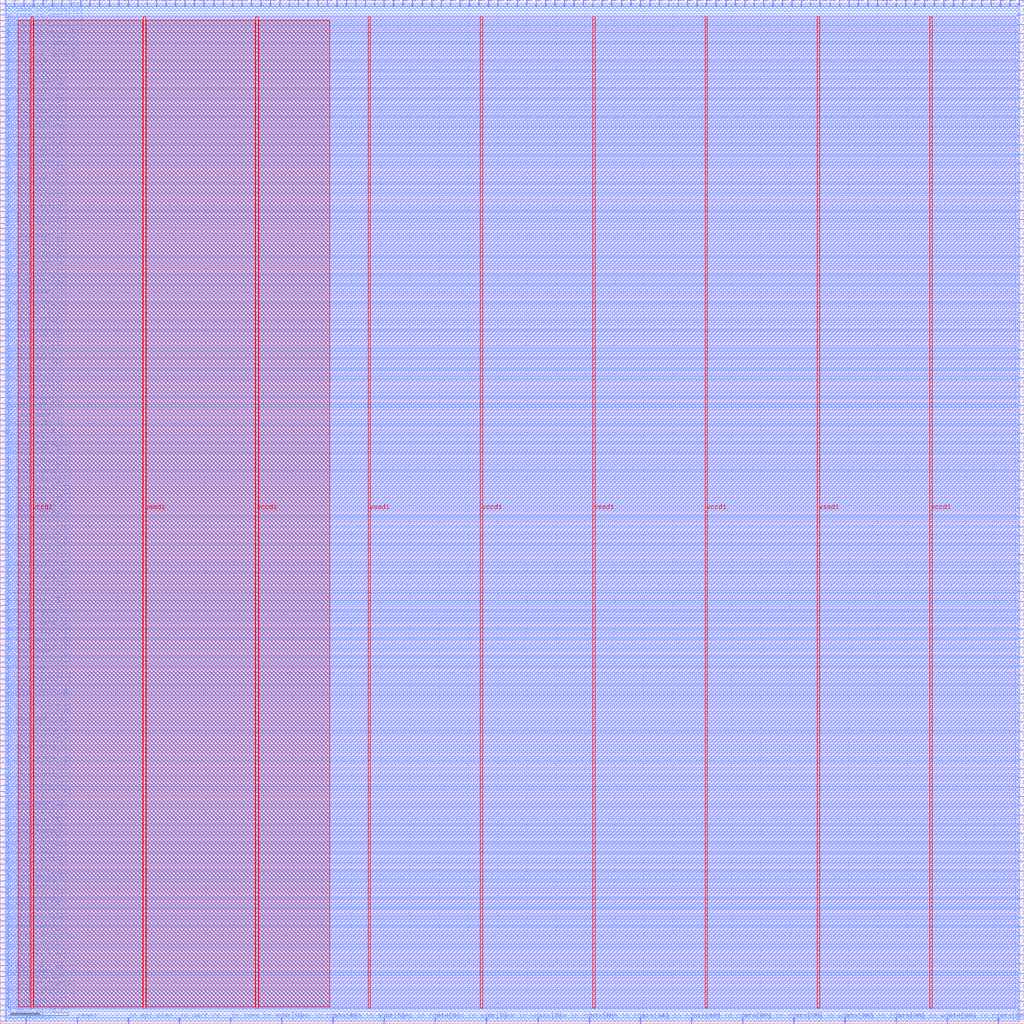
<source format=lef>
VERSION 5.7 ;
  NOWIREEXTENSIONATPIN ON ;
  DIVIDERCHAR "/" ;
  BUSBITCHARS "[]" ;
MACRO WB_InterConnect
  CLASS BLOCK ;
  FOREIGN WB_InterConnect ;
  ORIGIN 0.000 0.000 ;
  SIZE 700.000 BY 700.000 ;
  PIN clock
    DIRECTION INPUT ;
    USE SIGNAL ;
    PORT
      LAYER met2 ;
        RECT 17.570 0.000 17.850 4.000 ;
    END
  END clock
  PIN io_dbus_addr[0]
    DIRECTION INPUT ;
    USE SIGNAL ;
    PORT
      LAYER met3 ;
        RECT 0.000 12.280 4.000 12.880 ;
    END
  END io_dbus_addr[0]
  PIN io_dbus_addr[10]
    DIRECTION INPUT ;
    USE SIGNAL ;
    PORT
      LAYER met3 ;
        RECT 0.000 146.920 4.000 147.520 ;
    END
  END io_dbus_addr[10]
  PIN io_dbus_addr[11]
    DIRECTION INPUT ;
    USE SIGNAL ;
    PORT
      LAYER met3 ;
        RECT 0.000 158.480 4.000 159.080 ;
    END
  END io_dbus_addr[11]
  PIN io_dbus_addr[12]
    DIRECTION INPUT ;
    USE SIGNAL ;
    PORT
      LAYER met3 ;
        RECT 0.000 170.040 4.000 170.640 ;
    END
  END io_dbus_addr[12]
  PIN io_dbus_addr[13]
    DIRECTION INPUT ;
    USE SIGNAL ;
    PORT
      LAYER met3 ;
        RECT 0.000 181.600 4.000 182.200 ;
    END
  END io_dbus_addr[13]
  PIN io_dbus_addr[14]
    DIRECTION INPUT ;
    USE SIGNAL ;
    PORT
      LAYER met3 ;
        RECT 0.000 193.160 4.000 193.760 ;
    END
  END io_dbus_addr[14]
  PIN io_dbus_addr[15]
    DIRECTION INPUT ;
    USE SIGNAL ;
    PORT
      LAYER met3 ;
        RECT 0.000 204.720 4.000 205.320 ;
    END
  END io_dbus_addr[15]
  PIN io_dbus_addr[16]
    DIRECTION INPUT ;
    USE SIGNAL ;
    PORT
      LAYER met3 ;
        RECT 0.000 216.280 4.000 216.880 ;
    END
  END io_dbus_addr[16]
  PIN io_dbus_addr[17]
    DIRECTION INPUT ;
    USE SIGNAL ;
    PORT
      LAYER met3 ;
        RECT 0.000 227.840 4.000 228.440 ;
    END
  END io_dbus_addr[17]
  PIN io_dbus_addr[18]
    DIRECTION INPUT ;
    USE SIGNAL ;
    PORT
      LAYER met3 ;
        RECT 0.000 239.400 4.000 240.000 ;
    END
  END io_dbus_addr[18]
  PIN io_dbus_addr[19]
    DIRECTION INPUT ;
    USE SIGNAL ;
    PORT
      LAYER met3 ;
        RECT 0.000 250.960 4.000 251.560 ;
    END
  END io_dbus_addr[19]
  PIN io_dbus_addr[1]
    DIRECTION INPUT ;
    USE SIGNAL ;
    PORT
      LAYER met3 ;
        RECT 0.000 32.000 4.000 32.600 ;
    END
  END io_dbus_addr[1]
  PIN io_dbus_addr[20]
    DIRECTION INPUT ;
    USE SIGNAL ;
    PORT
      LAYER met3 ;
        RECT 0.000 262.520 4.000 263.120 ;
    END
  END io_dbus_addr[20]
  PIN io_dbus_addr[21]
    DIRECTION INPUT ;
    USE SIGNAL ;
    PORT
      LAYER met3 ;
        RECT 0.000 274.080 4.000 274.680 ;
    END
  END io_dbus_addr[21]
  PIN io_dbus_addr[22]
    DIRECTION INPUT ;
    USE SIGNAL ;
    PORT
      LAYER met3 ;
        RECT 0.000 285.640 4.000 286.240 ;
    END
  END io_dbus_addr[22]
  PIN io_dbus_addr[23]
    DIRECTION INPUT ;
    USE SIGNAL ;
    PORT
      LAYER met3 ;
        RECT 0.000 297.200 4.000 297.800 ;
    END
  END io_dbus_addr[23]
  PIN io_dbus_addr[24]
    DIRECTION INPUT ;
    USE SIGNAL ;
    PORT
      LAYER met3 ;
        RECT 0.000 308.760 4.000 309.360 ;
    END
  END io_dbus_addr[24]
  PIN io_dbus_addr[25]
    DIRECTION INPUT ;
    USE SIGNAL ;
    PORT
      LAYER met3 ;
        RECT 0.000 320.320 4.000 320.920 ;
    END
  END io_dbus_addr[25]
  PIN io_dbus_addr[26]
    DIRECTION INPUT ;
    USE SIGNAL ;
    PORT
      LAYER met3 ;
        RECT 0.000 331.880 4.000 332.480 ;
    END
  END io_dbus_addr[26]
  PIN io_dbus_addr[27]
    DIRECTION INPUT ;
    USE SIGNAL ;
    PORT
      LAYER met3 ;
        RECT 0.000 343.440 4.000 344.040 ;
    END
  END io_dbus_addr[27]
  PIN io_dbus_addr[28]
    DIRECTION INPUT ;
    USE SIGNAL ;
    PORT
      LAYER met3 ;
        RECT 0.000 355.000 4.000 355.600 ;
    END
  END io_dbus_addr[28]
  PIN io_dbus_addr[29]
    DIRECTION INPUT ;
    USE SIGNAL ;
    PORT
      LAYER met3 ;
        RECT 0.000 366.560 4.000 367.160 ;
    END
  END io_dbus_addr[29]
  PIN io_dbus_addr[2]
    DIRECTION INPUT ;
    USE SIGNAL ;
    PORT
      LAYER met3 ;
        RECT 0.000 51.040 4.000 51.640 ;
    END
  END io_dbus_addr[2]
  PIN io_dbus_addr[30]
    DIRECTION INPUT ;
    USE SIGNAL ;
    PORT
      LAYER met3 ;
        RECT 0.000 378.120 4.000 378.720 ;
    END
  END io_dbus_addr[30]
  PIN io_dbus_addr[31]
    DIRECTION INPUT ;
    USE SIGNAL ;
    PORT
      LAYER met3 ;
        RECT 0.000 389.680 4.000 390.280 ;
    END
  END io_dbus_addr[31]
  PIN io_dbus_addr[3]
    DIRECTION INPUT ;
    USE SIGNAL ;
    PORT
      LAYER met3 ;
        RECT 0.000 66.680 4.000 67.280 ;
    END
  END io_dbus_addr[3]
  PIN io_dbus_addr[4]
    DIRECTION INPUT ;
    USE SIGNAL ;
    PORT
      LAYER met3 ;
        RECT 0.000 78.240 4.000 78.840 ;
    END
  END io_dbus_addr[4]
  PIN io_dbus_addr[5]
    DIRECTION INPUT ;
    USE SIGNAL ;
    PORT
      LAYER met3 ;
        RECT 0.000 89.800 4.000 90.400 ;
    END
  END io_dbus_addr[5]
  PIN io_dbus_addr[6]
    DIRECTION INPUT ;
    USE SIGNAL ;
    PORT
      LAYER met3 ;
        RECT 0.000 101.360 4.000 101.960 ;
    END
  END io_dbus_addr[6]
  PIN io_dbus_addr[7]
    DIRECTION INPUT ;
    USE SIGNAL ;
    PORT
      LAYER met3 ;
        RECT 0.000 112.240 4.000 112.840 ;
    END
  END io_dbus_addr[7]
  PIN io_dbus_addr[8]
    DIRECTION INPUT ;
    USE SIGNAL ;
    PORT
      LAYER met3 ;
        RECT 0.000 123.800 4.000 124.400 ;
    END
  END io_dbus_addr[8]
  PIN io_dbus_addr[9]
    DIRECTION INPUT ;
    USE SIGNAL ;
    PORT
      LAYER met3 ;
        RECT 0.000 135.360 4.000 135.960 ;
    END
  END io_dbus_addr[9]
  PIN io_dbus_ld_type[0]
    DIRECTION INPUT ;
    USE SIGNAL ;
    PORT
      LAYER met3 ;
        RECT 0.000 16.360 4.000 16.960 ;
    END
  END io_dbus_ld_type[0]
  PIN io_dbus_ld_type[1]
    DIRECTION INPUT ;
    USE SIGNAL ;
    PORT
      LAYER met3 ;
        RECT 0.000 35.400 4.000 36.000 ;
    END
  END io_dbus_ld_type[1]
  PIN io_dbus_ld_type[2]
    DIRECTION INPUT ;
    USE SIGNAL ;
    PORT
      LAYER met3 ;
        RECT 0.000 55.120 4.000 55.720 ;
    END
  END io_dbus_ld_type[2]
  PIN io_dbus_rd_en
    DIRECTION INPUT ;
    USE SIGNAL ;
    PORT
      LAYER met3 ;
        RECT 0.000 1.400 4.000 2.000 ;
    END
  END io_dbus_rd_en
  PIN io_dbus_rdata[0]
    DIRECTION OUTPUT TRISTATE ;
    USE SIGNAL ;
    PORT
      LAYER met3 ;
        RECT 0.000 20.440 4.000 21.040 ;
    END
  END io_dbus_rdata[0]
  PIN io_dbus_rdata[10]
    DIRECTION OUTPUT TRISTATE ;
    USE SIGNAL ;
    PORT
      LAYER met3 ;
        RECT 0.000 151.000 4.000 151.600 ;
    END
  END io_dbus_rdata[10]
  PIN io_dbus_rdata[11]
    DIRECTION OUTPUT TRISTATE ;
    USE SIGNAL ;
    PORT
      LAYER met3 ;
        RECT 0.000 162.560 4.000 163.160 ;
    END
  END io_dbus_rdata[11]
  PIN io_dbus_rdata[12]
    DIRECTION OUTPUT TRISTATE ;
    USE SIGNAL ;
    PORT
      LAYER met3 ;
        RECT 0.000 174.120 4.000 174.720 ;
    END
  END io_dbus_rdata[12]
  PIN io_dbus_rdata[13]
    DIRECTION OUTPUT TRISTATE ;
    USE SIGNAL ;
    PORT
      LAYER met3 ;
        RECT 0.000 185.680 4.000 186.280 ;
    END
  END io_dbus_rdata[13]
  PIN io_dbus_rdata[14]
    DIRECTION OUTPUT TRISTATE ;
    USE SIGNAL ;
    PORT
      LAYER met3 ;
        RECT 0.000 197.240 4.000 197.840 ;
    END
  END io_dbus_rdata[14]
  PIN io_dbus_rdata[15]
    DIRECTION OUTPUT TRISTATE ;
    USE SIGNAL ;
    PORT
      LAYER met3 ;
        RECT 0.000 208.800 4.000 209.400 ;
    END
  END io_dbus_rdata[15]
  PIN io_dbus_rdata[16]
    DIRECTION OUTPUT TRISTATE ;
    USE SIGNAL ;
    PORT
      LAYER met3 ;
        RECT 0.000 220.360 4.000 220.960 ;
    END
  END io_dbus_rdata[16]
  PIN io_dbus_rdata[17]
    DIRECTION OUTPUT TRISTATE ;
    USE SIGNAL ;
    PORT
      LAYER met3 ;
        RECT 0.000 231.920 4.000 232.520 ;
    END
  END io_dbus_rdata[17]
  PIN io_dbus_rdata[18]
    DIRECTION OUTPUT TRISTATE ;
    USE SIGNAL ;
    PORT
      LAYER met3 ;
        RECT 0.000 243.480 4.000 244.080 ;
    END
  END io_dbus_rdata[18]
  PIN io_dbus_rdata[19]
    DIRECTION OUTPUT TRISTATE ;
    USE SIGNAL ;
    PORT
      LAYER met3 ;
        RECT 0.000 255.040 4.000 255.640 ;
    END
  END io_dbus_rdata[19]
  PIN io_dbus_rdata[1]
    DIRECTION OUTPUT TRISTATE ;
    USE SIGNAL ;
    PORT
      LAYER met3 ;
        RECT 0.000 39.480 4.000 40.080 ;
    END
  END io_dbus_rdata[1]
  PIN io_dbus_rdata[20]
    DIRECTION OUTPUT TRISTATE ;
    USE SIGNAL ;
    PORT
      LAYER met3 ;
        RECT 0.000 266.600 4.000 267.200 ;
    END
  END io_dbus_rdata[20]
  PIN io_dbus_rdata[21]
    DIRECTION OUTPUT TRISTATE ;
    USE SIGNAL ;
    PORT
      LAYER met3 ;
        RECT 0.000 278.160 4.000 278.760 ;
    END
  END io_dbus_rdata[21]
  PIN io_dbus_rdata[22]
    DIRECTION OUTPUT TRISTATE ;
    USE SIGNAL ;
    PORT
      LAYER met3 ;
        RECT 0.000 289.720 4.000 290.320 ;
    END
  END io_dbus_rdata[22]
  PIN io_dbus_rdata[23]
    DIRECTION OUTPUT TRISTATE ;
    USE SIGNAL ;
    PORT
      LAYER met3 ;
        RECT 0.000 301.280 4.000 301.880 ;
    END
  END io_dbus_rdata[23]
  PIN io_dbus_rdata[24]
    DIRECTION OUTPUT TRISTATE ;
    USE SIGNAL ;
    PORT
      LAYER met3 ;
        RECT 0.000 312.160 4.000 312.760 ;
    END
  END io_dbus_rdata[24]
  PIN io_dbus_rdata[25]
    DIRECTION OUTPUT TRISTATE ;
    USE SIGNAL ;
    PORT
      LAYER met3 ;
        RECT 0.000 323.720 4.000 324.320 ;
    END
  END io_dbus_rdata[25]
  PIN io_dbus_rdata[26]
    DIRECTION OUTPUT TRISTATE ;
    USE SIGNAL ;
    PORT
      LAYER met3 ;
        RECT 0.000 335.280 4.000 335.880 ;
    END
  END io_dbus_rdata[26]
  PIN io_dbus_rdata[27]
    DIRECTION OUTPUT TRISTATE ;
    USE SIGNAL ;
    PORT
      LAYER met3 ;
        RECT 0.000 346.840 4.000 347.440 ;
    END
  END io_dbus_rdata[27]
  PIN io_dbus_rdata[28]
    DIRECTION OUTPUT TRISTATE ;
    USE SIGNAL ;
    PORT
      LAYER met3 ;
        RECT 0.000 358.400 4.000 359.000 ;
    END
  END io_dbus_rdata[28]
  PIN io_dbus_rdata[29]
    DIRECTION OUTPUT TRISTATE ;
    USE SIGNAL ;
    PORT
      LAYER met3 ;
        RECT 0.000 369.960 4.000 370.560 ;
    END
  END io_dbus_rdata[29]
  PIN io_dbus_rdata[2]
    DIRECTION OUTPUT TRISTATE ;
    USE SIGNAL ;
    PORT
      LAYER met3 ;
        RECT 0.000 58.520 4.000 59.120 ;
    END
  END io_dbus_rdata[2]
  PIN io_dbus_rdata[30]
    DIRECTION OUTPUT TRISTATE ;
    USE SIGNAL ;
    PORT
      LAYER met3 ;
        RECT 0.000 381.520 4.000 382.120 ;
    END
  END io_dbus_rdata[30]
  PIN io_dbus_rdata[31]
    DIRECTION OUTPUT TRISTATE ;
    USE SIGNAL ;
    PORT
      LAYER met3 ;
        RECT 0.000 393.080 4.000 393.680 ;
    END
  END io_dbus_rdata[31]
  PIN io_dbus_rdata[3]
    DIRECTION OUTPUT TRISTATE ;
    USE SIGNAL ;
    PORT
      LAYER met3 ;
        RECT 0.000 70.080 4.000 70.680 ;
    END
  END io_dbus_rdata[3]
  PIN io_dbus_rdata[4]
    DIRECTION OUTPUT TRISTATE ;
    USE SIGNAL ;
    PORT
      LAYER met3 ;
        RECT 0.000 81.640 4.000 82.240 ;
    END
  END io_dbus_rdata[4]
  PIN io_dbus_rdata[5]
    DIRECTION OUTPUT TRISTATE ;
    USE SIGNAL ;
    PORT
      LAYER met3 ;
        RECT 0.000 93.200 4.000 93.800 ;
    END
  END io_dbus_rdata[5]
  PIN io_dbus_rdata[6]
    DIRECTION OUTPUT TRISTATE ;
    USE SIGNAL ;
    PORT
      LAYER met3 ;
        RECT 0.000 104.760 4.000 105.360 ;
    END
  END io_dbus_rdata[6]
  PIN io_dbus_rdata[7]
    DIRECTION OUTPUT TRISTATE ;
    USE SIGNAL ;
    PORT
      LAYER met3 ;
        RECT 0.000 116.320 4.000 116.920 ;
    END
  END io_dbus_rdata[7]
  PIN io_dbus_rdata[8]
    DIRECTION OUTPUT TRISTATE ;
    USE SIGNAL ;
    PORT
      LAYER met3 ;
        RECT 0.000 127.880 4.000 128.480 ;
    END
  END io_dbus_rdata[8]
  PIN io_dbus_rdata[9]
    DIRECTION OUTPUT TRISTATE ;
    USE SIGNAL ;
    PORT
      LAYER met3 ;
        RECT 0.000 139.440 4.000 140.040 ;
    END
  END io_dbus_rdata[9]
  PIN io_dbus_st_type[0]
    DIRECTION INPUT ;
    USE SIGNAL ;
    PORT
      LAYER met3 ;
        RECT 0.000 23.840 4.000 24.440 ;
    END
  END io_dbus_st_type[0]
  PIN io_dbus_st_type[1]
    DIRECTION INPUT ;
    USE SIGNAL ;
    PORT
      LAYER met3 ;
        RECT 0.000 43.560 4.000 44.160 ;
    END
  END io_dbus_st_type[1]
  PIN io_dbus_valid
    DIRECTION OUTPUT TRISTATE ;
    USE SIGNAL ;
    PORT
      LAYER met3 ;
        RECT 0.000 4.800 4.000 5.400 ;
    END
  END io_dbus_valid
  PIN io_dbus_wdata[0]
    DIRECTION INPUT ;
    USE SIGNAL ;
    PORT
      LAYER met3 ;
        RECT 0.000 27.920 4.000 28.520 ;
    END
  END io_dbus_wdata[0]
  PIN io_dbus_wdata[10]
    DIRECTION INPUT ;
    USE SIGNAL ;
    PORT
      LAYER met3 ;
        RECT 0.000 155.080 4.000 155.680 ;
    END
  END io_dbus_wdata[10]
  PIN io_dbus_wdata[11]
    DIRECTION INPUT ;
    USE SIGNAL ;
    PORT
      LAYER met3 ;
        RECT 0.000 166.640 4.000 167.240 ;
    END
  END io_dbus_wdata[11]
  PIN io_dbus_wdata[12]
    DIRECTION INPUT ;
    USE SIGNAL ;
    PORT
      LAYER met3 ;
        RECT 0.000 178.200 4.000 178.800 ;
    END
  END io_dbus_wdata[12]
  PIN io_dbus_wdata[13]
    DIRECTION INPUT ;
    USE SIGNAL ;
    PORT
      LAYER met3 ;
        RECT 0.000 189.760 4.000 190.360 ;
    END
  END io_dbus_wdata[13]
  PIN io_dbus_wdata[14]
    DIRECTION INPUT ;
    USE SIGNAL ;
    PORT
      LAYER met3 ;
        RECT 0.000 201.320 4.000 201.920 ;
    END
  END io_dbus_wdata[14]
  PIN io_dbus_wdata[15]
    DIRECTION INPUT ;
    USE SIGNAL ;
    PORT
      LAYER met3 ;
        RECT 0.000 212.200 4.000 212.800 ;
    END
  END io_dbus_wdata[15]
  PIN io_dbus_wdata[16]
    DIRECTION INPUT ;
    USE SIGNAL ;
    PORT
      LAYER met3 ;
        RECT 0.000 223.760 4.000 224.360 ;
    END
  END io_dbus_wdata[16]
  PIN io_dbus_wdata[17]
    DIRECTION INPUT ;
    USE SIGNAL ;
    PORT
      LAYER met3 ;
        RECT 0.000 235.320 4.000 235.920 ;
    END
  END io_dbus_wdata[17]
  PIN io_dbus_wdata[18]
    DIRECTION INPUT ;
    USE SIGNAL ;
    PORT
      LAYER met3 ;
        RECT 0.000 246.880 4.000 247.480 ;
    END
  END io_dbus_wdata[18]
  PIN io_dbus_wdata[19]
    DIRECTION INPUT ;
    USE SIGNAL ;
    PORT
      LAYER met3 ;
        RECT 0.000 258.440 4.000 259.040 ;
    END
  END io_dbus_wdata[19]
  PIN io_dbus_wdata[1]
    DIRECTION INPUT ;
    USE SIGNAL ;
    PORT
      LAYER met3 ;
        RECT 0.000 46.960 4.000 47.560 ;
    END
  END io_dbus_wdata[1]
  PIN io_dbus_wdata[20]
    DIRECTION INPUT ;
    USE SIGNAL ;
    PORT
      LAYER met3 ;
        RECT 0.000 270.000 4.000 270.600 ;
    END
  END io_dbus_wdata[20]
  PIN io_dbus_wdata[21]
    DIRECTION INPUT ;
    USE SIGNAL ;
    PORT
      LAYER met3 ;
        RECT 0.000 281.560 4.000 282.160 ;
    END
  END io_dbus_wdata[21]
  PIN io_dbus_wdata[22]
    DIRECTION INPUT ;
    USE SIGNAL ;
    PORT
      LAYER met3 ;
        RECT 0.000 293.120 4.000 293.720 ;
    END
  END io_dbus_wdata[22]
  PIN io_dbus_wdata[23]
    DIRECTION INPUT ;
    USE SIGNAL ;
    PORT
      LAYER met3 ;
        RECT 0.000 304.680 4.000 305.280 ;
    END
  END io_dbus_wdata[23]
  PIN io_dbus_wdata[24]
    DIRECTION INPUT ;
    USE SIGNAL ;
    PORT
      LAYER met3 ;
        RECT 0.000 316.240 4.000 316.840 ;
    END
  END io_dbus_wdata[24]
  PIN io_dbus_wdata[25]
    DIRECTION INPUT ;
    USE SIGNAL ;
    PORT
      LAYER met3 ;
        RECT 0.000 327.800 4.000 328.400 ;
    END
  END io_dbus_wdata[25]
  PIN io_dbus_wdata[26]
    DIRECTION INPUT ;
    USE SIGNAL ;
    PORT
      LAYER met3 ;
        RECT 0.000 339.360 4.000 339.960 ;
    END
  END io_dbus_wdata[26]
  PIN io_dbus_wdata[27]
    DIRECTION INPUT ;
    USE SIGNAL ;
    PORT
      LAYER met3 ;
        RECT 0.000 350.920 4.000 351.520 ;
    END
  END io_dbus_wdata[27]
  PIN io_dbus_wdata[28]
    DIRECTION INPUT ;
    USE SIGNAL ;
    PORT
      LAYER met3 ;
        RECT 0.000 362.480 4.000 363.080 ;
    END
  END io_dbus_wdata[28]
  PIN io_dbus_wdata[29]
    DIRECTION INPUT ;
    USE SIGNAL ;
    PORT
      LAYER met3 ;
        RECT 0.000 374.040 4.000 374.640 ;
    END
  END io_dbus_wdata[29]
  PIN io_dbus_wdata[2]
    DIRECTION INPUT ;
    USE SIGNAL ;
    PORT
      LAYER met3 ;
        RECT 0.000 62.600 4.000 63.200 ;
    END
  END io_dbus_wdata[2]
  PIN io_dbus_wdata[30]
    DIRECTION INPUT ;
    USE SIGNAL ;
    PORT
      LAYER met3 ;
        RECT 0.000 385.600 4.000 386.200 ;
    END
  END io_dbus_wdata[30]
  PIN io_dbus_wdata[31]
    DIRECTION INPUT ;
    USE SIGNAL ;
    PORT
      LAYER met3 ;
        RECT 0.000 397.160 4.000 397.760 ;
    END
  END io_dbus_wdata[31]
  PIN io_dbus_wdata[3]
    DIRECTION INPUT ;
    USE SIGNAL ;
    PORT
      LAYER met3 ;
        RECT 0.000 74.160 4.000 74.760 ;
    END
  END io_dbus_wdata[3]
  PIN io_dbus_wdata[4]
    DIRECTION INPUT ;
    USE SIGNAL ;
    PORT
      LAYER met3 ;
        RECT 0.000 85.720 4.000 86.320 ;
    END
  END io_dbus_wdata[4]
  PIN io_dbus_wdata[5]
    DIRECTION INPUT ;
    USE SIGNAL ;
    PORT
      LAYER met3 ;
        RECT 0.000 97.280 4.000 97.880 ;
    END
  END io_dbus_wdata[5]
  PIN io_dbus_wdata[6]
    DIRECTION INPUT ;
    USE SIGNAL ;
    PORT
      LAYER met3 ;
        RECT 0.000 108.840 4.000 109.440 ;
    END
  END io_dbus_wdata[6]
  PIN io_dbus_wdata[7]
    DIRECTION INPUT ;
    USE SIGNAL ;
    PORT
      LAYER met3 ;
        RECT 0.000 120.400 4.000 121.000 ;
    END
  END io_dbus_wdata[7]
  PIN io_dbus_wdata[8]
    DIRECTION INPUT ;
    USE SIGNAL ;
    PORT
      LAYER met3 ;
        RECT 0.000 131.960 4.000 132.560 ;
    END
  END io_dbus_wdata[8]
  PIN io_dbus_wdata[9]
    DIRECTION INPUT ;
    USE SIGNAL ;
    PORT
      LAYER met3 ;
        RECT 0.000 143.520 4.000 144.120 ;
    END
  END io_dbus_wdata[9]
  PIN io_dbus_wr_en
    DIRECTION INPUT ;
    USE SIGNAL ;
    PORT
      LAYER met3 ;
        RECT 0.000 8.880 4.000 9.480 ;
    END
  END io_dbus_wr_en
  PIN io_dmem_io_addr[0]
    DIRECTION OUTPUT TRISTATE ;
    USE SIGNAL ;
    PORT
      LAYER met2 ;
        RECT 16.190 696.000 16.470 700.000 ;
    END
  END io_dmem_io_addr[0]
  PIN io_dmem_io_addr[1]
    DIRECTION OUTPUT TRISTATE ;
    USE SIGNAL ;
    PORT
      LAYER met2 ;
        RECT 41.950 696.000 42.230 700.000 ;
    END
  END io_dmem_io_addr[1]
  PIN io_dmem_io_addr[2]
    DIRECTION OUTPUT TRISTATE ;
    USE SIGNAL ;
    PORT
      LAYER met2 ;
        RECT 67.710 696.000 67.990 700.000 ;
    END
  END io_dmem_io_addr[2]
  PIN io_dmem_io_addr[3]
    DIRECTION OUTPUT TRISTATE ;
    USE SIGNAL ;
    PORT
      LAYER met2 ;
        RECT 93.930 696.000 94.210 700.000 ;
    END
  END io_dmem_io_addr[3]
  PIN io_dmem_io_addr[4]
    DIRECTION OUTPUT TRISTATE ;
    USE SIGNAL ;
    PORT
      LAYER met2 ;
        RECT 119.690 696.000 119.970 700.000 ;
    END
  END io_dmem_io_addr[4]
  PIN io_dmem_io_addr[5]
    DIRECTION OUTPUT TRISTATE ;
    USE SIGNAL ;
    PORT
      LAYER met2 ;
        RECT 139.010 696.000 139.290 700.000 ;
    END
  END io_dmem_io_addr[5]
  PIN io_dmem_io_addr[6]
    DIRECTION OUTPUT TRISTATE ;
    USE SIGNAL ;
    PORT
      LAYER met2 ;
        RECT 158.790 696.000 159.070 700.000 ;
    END
  END io_dmem_io_addr[6]
  PIN io_dmem_io_addr[7]
    DIRECTION OUTPUT TRISTATE ;
    USE SIGNAL ;
    PORT
      LAYER met2 ;
        RECT 178.110 696.000 178.390 700.000 ;
    END
  END io_dmem_io_addr[7]
  PIN io_dmem_io_cs
    DIRECTION OUTPUT TRISTATE ;
    USE SIGNAL ;
    PORT
      LAYER met2 ;
        RECT 3.310 696.000 3.590 700.000 ;
    END
  END io_dmem_io_cs
  PIN io_dmem_io_rdata[0]
    DIRECTION INPUT ;
    USE SIGNAL ;
    PORT
      LAYER met2 ;
        RECT 22.630 696.000 22.910 700.000 ;
    END
  END io_dmem_io_rdata[0]
  PIN io_dmem_io_rdata[10]
    DIRECTION INPUT ;
    USE SIGNAL ;
    PORT
      LAYER met2 ;
        RECT 223.650 696.000 223.930 700.000 ;
    END
  END io_dmem_io_rdata[10]
  PIN io_dmem_io_rdata[11]
    DIRECTION INPUT ;
    USE SIGNAL ;
    PORT
      LAYER met2 ;
        RECT 236.530 696.000 236.810 700.000 ;
    END
  END io_dmem_io_rdata[11]
  PIN io_dmem_io_rdata[12]
    DIRECTION INPUT ;
    USE SIGNAL ;
    PORT
      LAYER met2 ;
        RECT 249.410 696.000 249.690 700.000 ;
    END
  END io_dmem_io_rdata[12]
  PIN io_dmem_io_rdata[13]
    DIRECTION INPUT ;
    USE SIGNAL ;
    PORT
      LAYER met2 ;
        RECT 262.290 696.000 262.570 700.000 ;
    END
  END io_dmem_io_rdata[13]
  PIN io_dmem_io_rdata[14]
    DIRECTION INPUT ;
    USE SIGNAL ;
    PORT
      LAYER met2 ;
        RECT 275.170 696.000 275.450 700.000 ;
    END
  END io_dmem_io_rdata[14]
  PIN io_dmem_io_rdata[15]
    DIRECTION INPUT ;
    USE SIGNAL ;
    PORT
      LAYER met2 ;
        RECT 288.510 696.000 288.790 700.000 ;
    END
  END io_dmem_io_rdata[15]
  PIN io_dmem_io_rdata[16]
    DIRECTION INPUT ;
    USE SIGNAL ;
    PORT
      LAYER met2 ;
        RECT 301.390 696.000 301.670 700.000 ;
    END
  END io_dmem_io_rdata[16]
  PIN io_dmem_io_rdata[17]
    DIRECTION INPUT ;
    USE SIGNAL ;
    PORT
      LAYER met2 ;
        RECT 314.270 696.000 314.550 700.000 ;
    END
  END io_dmem_io_rdata[17]
  PIN io_dmem_io_rdata[18]
    DIRECTION INPUT ;
    USE SIGNAL ;
    PORT
      LAYER met2 ;
        RECT 327.150 696.000 327.430 700.000 ;
    END
  END io_dmem_io_rdata[18]
  PIN io_dmem_io_rdata[19]
    DIRECTION INPUT ;
    USE SIGNAL ;
    PORT
      LAYER met2 ;
        RECT 340.030 696.000 340.310 700.000 ;
    END
  END io_dmem_io_rdata[19]
  PIN io_dmem_io_rdata[1]
    DIRECTION INPUT ;
    USE SIGNAL ;
    PORT
      LAYER met2 ;
        RECT 48.390 696.000 48.670 700.000 ;
    END
  END io_dmem_io_rdata[1]
  PIN io_dmem_io_rdata[20]
    DIRECTION INPUT ;
    USE SIGNAL ;
    PORT
      LAYER met2 ;
        RECT 353.370 696.000 353.650 700.000 ;
    END
  END io_dmem_io_rdata[20]
  PIN io_dmem_io_rdata[21]
    DIRECTION INPUT ;
    USE SIGNAL ;
    PORT
      LAYER met2 ;
        RECT 366.250 696.000 366.530 700.000 ;
    END
  END io_dmem_io_rdata[21]
  PIN io_dmem_io_rdata[22]
    DIRECTION INPUT ;
    USE SIGNAL ;
    PORT
      LAYER met2 ;
        RECT 379.130 696.000 379.410 700.000 ;
    END
  END io_dmem_io_rdata[22]
  PIN io_dmem_io_rdata[23]
    DIRECTION INPUT ;
    USE SIGNAL ;
    PORT
      LAYER met2 ;
        RECT 392.010 696.000 392.290 700.000 ;
    END
  END io_dmem_io_rdata[23]
  PIN io_dmem_io_rdata[24]
    DIRECTION INPUT ;
    USE SIGNAL ;
    PORT
      LAYER met2 ;
        RECT 404.890 696.000 405.170 700.000 ;
    END
  END io_dmem_io_rdata[24]
  PIN io_dmem_io_rdata[25]
    DIRECTION INPUT ;
    USE SIGNAL ;
    PORT
      LAYER met2 ;
        RECT 417.770 696.000 418.050 700.000 ;
    END
  END io_dmem_io_rdata[25]
  PIN io_dmem_io_rdata[26]
    DIRECTION INPUT ;
    USE SIGNAL ;
    PORT
      LAYER met2 ;
        RECT 431.110 696.000 431.390 700.000 ;
    END
  END io_dmem_io_rdata[26]
  PIN io_dmem_io_rdata[27]
    DIRECTION INPUT ;
    USE SIGNAL ;
    PORT
      LAYER met2 ;
        RECT 443.990 696.000 444.270 700.000 ;
    END
  END io_dmem_io_rdata[27]
  PIN io_dmem_io_rdata[28]
    DIRECTION INPUT ;
    USE SIGNAL ;
    PORT
      LAYER met2 ;
        RECT 456.870 696.000 457.150 700.000 ;
    END
  END io_dmem_io_rdata[28]
  PIN io_dmem_io_rdata[29]
    DIRECTION INPUT ;
    USE SIGNAL ;
    PORT
      LAYER met2 ;
        RECT 469.750 696.000 470.030 700.000 ;
    END
  END io_dmem_io_rdata[29]
  PIN io_dmem_io_rdata[2]
    DIRECTION INPUT ;
    USE SIGNAL ;
    PORT
      LAYER met2 ;
        RECT 74.610 696.000 74.890 700.000 ;
    END
  END io_dmem_io_rdata[2]
  PIN io_dmem_io_rdata[30]
    DIRECTION INPUT ;
    USE SIGNAL ;
    PORT
      LAYER met2 ;
        RECT 482.630 696.000 482.910 700.000 ;
    END
  END io_dmem_io_rdata[30]
  PIN io_dmem_io_rdata[31]
    DIRECTION INPUT ;
    USE SIGNAL ;
    PORT
      LAYER met2 ;
        RECT 495.970 696.000 496.250 700.000 ;
    END
  END io_dmem_io_rdata[31]
  PIN io_dmem_io_rdata[3]
    DIRECTION INPUT ;
    USE SIGNAL ;
    PORT
      LAYER met2 ;
        RECT 100.370 696.000 100.650 700.000 ;
    END
  END io_dmem_io_rdata[3]
  PIN io_dmem_io_rdata[4]
    DIRECTION INPUT ;
    USE SIGNAL ;
    PORT
      LAYER met2 ;
        RECT 126.130 696.000 126.410 700.000 ;
    END
  END io_dmem_io_rdata[4]
  PIN io_dmem_io_rdata[5]
    DIRECTION INPUT ;
    USE SIGNAL ;
    PORT
      LAYER met2 ;
        RECT 145.910 696.000 146.190 700.000 ;
    END
  END io_dmem_io_rdata[5]
  PIN io_dmem_io_rdata[6]
    DIRECTION INPUT ;
    USE SIGNAL ;
    PORT
      LAYER met2 ;
        RECT 165.230 696.000 165.510 700.000 ;
    END
  END io_dmem_io_rdata[6]
  PIN io_dmem_io_rdata[7]
    DIRECTION INPUT ;
    USE SIGNAL ;
    PORT
      LAYER met2 ;
        RECT 184.550 696.000 184.830 700.000 ;
    END
  END io_dmem_io_rdata[7]
  PIN io_dmem_io_rdata[8]
    DIRECTION INPUT ;
    USE SIGNAL ;
    PORT
      LAYER met2 ;
        RECT 197.430 696.000 197.710 700.000 ;
    END
  END io_dmem_io_rdata[8]
  PIN io_dmem_io_rdata[9]
    DIRECTION INPUT ;
    USE SIGNAL ;
    PORT
      LAYER met2 ;
        RECT 210.310 696.000 210.590 700.000 ;
    END
  END io_dmem_io_rdata[9]
  PIN io_dmem_io_st_type[0]
    DIRECTION OUTPUT TRISTATE ;
    USE SIGNAL ;
    PORT
      LAYER met2 ;
        RECT 29.070 696.000 29.350 700.000 ;
    END
  END io_dmem_io_st_type[0]
  PIN io_dmem_io_st_type[1]
    DIRECTION OUTPUT TRISTATE ;
    USE SIGNAL ;
    PORT
      LAYER met2 ;
        RECT 54.830 696.000 55.110 700.000 ;
    END
  END io_dmem_io_st_type[1]
  PIN io_dmem_io_st_type[2]
    DIRECTION OUTPUT TRISTATE ;
    USE SIGNAL ;
    PORT
      LAYER met2 ;
        RECT 81.050 696.000 81.330 700.000 ;
    END
  END io_dmem_io_st_type[2]
  PIN io_dmem_io_st_type[3]
    DIRECTION OUTPUT TRISTATE ;
    USE SIGNAL ;
    PORT
      LAYER met2 ;
        RECT 106.810 696.000 107.090 700.000 ;
    END
  END io_dmem_io_st_type[3]
  PIN io_dmem_io_wdata[0]
    DIRECTION OUTPUT TRISTATE ;
    USE SIGNAL ;
    PORT
      LAYER met2 ;
        RECT 35.510 696.000 35.790 700.000 ;
    END
  END io_dmem_io_wdata[0]
  PIN io_dmem_io_wdata[10]
    DIRECTION OUTPUT TRISTATE ;
    USE SIGNAL ;
    PORT
      LAYER met2 ;
        RECT 230.090 696.000 230.370 700.000 ;
    END
  END io_dmem_io_wdata[10]
  PIN io_dmem_io_wdata[11]
    DIRECTION OUTPUT TRISTATE ;
    USE SIGNAL ;
    PORT
      LAYER met2 ;
        RECT 242.970 696.000 243.250 700.000 ;
    END
  END io_dmem_io_wdata[11]
  PIN io_dmem_io_wdata[12]
    DIRECTION OUTPUT TRISTATE ;
    USE SIGNAL ;
    PORT
      LAYER met2 ;
        RECT 255.850 696.000 256.130 700.000 ;
    END
  END io_dmem_io_wdata[12]
  PIN io_dmem_io_wdata[13]
    DIRECTION OUTPUT TRISTATE ;
    USE SIGNAL ;
    PORT
      LAYER met2 ;
        RECT 268.730 696.000 269.010 700.000 ;
    END
  END io_dmem_io_wdata[13]
  PIN io_dmem_io_wdata[14]
    DIRECTION OUTPUT TRISTATE ;
    USE SIGNAL ;
    PORT
      LAYER met2 ;
        RECT 281.610 696.000 281.890 700.000 ;
    END
  END io_dmem_io_wdata[14]
  PIN io_dmem_io_wdata[15]
    DIRECTION OUTPUT TRISTATE ;
    USE SIGNAL ;
    PORT
      LAYER met2 ;
        RECT 294.950 696.000 295.230 700.000 ;
    END
  END io_dmem_io_wdata[15]
  PIN io_dmem_io_wdata[16]
    DIRECTION OUTPUT TRISTATE ;
    USE SIGNAL ;
    PORT
      LAYER met2 ;
        RECT 307.830 696.000 308.110 700.000 ;
    END
  END io_dmem_io_wdata[16]
  PIN io_dmem_io_wdata[17]
    DIRECTION OUTPUT TRISTATE ;
    USE SIGNAL ;
    PORT
      LAYER met2 ;
        RECT 320.710 696.000 320.990 700.000 ;
    END
  END io_dmem_io_wdata[17]
  PIN io_dmem_io_wdata[18]
    DIRECTION OUTPUT TRISTATE ;
    USE SIGNAL ;
    PORT
      LAYER met2 ;
        RECT 333.590 696.000 333.870 700.000 ;
    END
  END io_dmem_io_wdata[18]
  PIN io_dmem_io_wdata[19]
    DIRECTION OUTPUT TRISTATE ;
    USE SIGNAL ;
    PORT
      LAYER met2 ;
        RECT 346.470 696.000 346.750 700.000 ;
    END
  END io_dmem_io_wdata[19]
  PIN io_dmem_io_wdata[1]
    DIRECTION OUTPUT TRISTATE ;
    USE SIGNAL ;
    PORT
      LAYER met2 ;
        RECT 61.270 696.000 61.550 700.000 ;
    END
  END io_dmem_io_wdata[1]
  PIN io_dmem_io_wdata[20]
    DIRECTION OUTPUT TRISTATE ;
    USE SIGNAL ;
    PORT
      LAYER met2 ;
        RECT 359.810 696.000 360.090 700.000 ;
    END
  END io_dmem_io_wdata[20]
  PIN io_dmem_io_wdata[21]
    DIRECTION OUTPUT TRISTATE ;
    USE SIGNAL ;
    PORT
      LAYER met2 ;
        RECT 372.690 696.000 372.970 700.000 ;
    END
  END io_dmem_io_wdata[21]
  PIN io_dmem_io_wdata[22]
    DIRECTION OUTPUT TRISTATE ;
    USE SIGNAL ;
    PORT
      LAYER met2 ;
        RECT 385.570 696.000 385.850 700.000 ;
    END
  END io_dmem_io_wdata[22]
  PIN io_dmem_io_wdata[23]
    DIRECTION OUTPUT TRISTATE ;
    USE SIGNAL ;
    PORT
      LAYER met2 ;
        RECT 398.450 696.000 398.730 700.000 ;
    END
  END io_dmem_io_wdata[23]
  PIN io_dmem_io_wdata[24]
    DIRECTION OUTPUT TRISTATE ;
    USE SIGNAL ;
    PORT
      LAYER met2 ;
        RECT 411.330 696.000 411.610 700.000 ;
    END
  END io_dmem_io_wdata[24]
  PIN io_dmem_io_wdata[25]
    DIRECTION OUTPUT TRISTATE ;
    USE SIGNAL ;
    PORT
      LAYER met2 ;
        RECT 424.670 696.000 424.950 700.000 ;
    END
  END io_dmem_io_wdata[25]
  PIN io_dmem_io_wdata[26]
    DIRECTION OUTPUT TRISTATE ;
    USE SIGNAL ;
    PORT
      LAYER met2 ;
        RECT 437.550 696.000 437.830 700.000 ;
    END
  END io_dmem_io_wdata[26]
  PIN io_dmem_io_wdata[27]
    DIRECTION OUTPUT TRISTATE ;
    USE SIGNAL ;
    PORT
      LAYER met2 ;
        RECT 450.430 696.000 450.710 700.000 ;
    END
  END io_dmem_io_wdata[27]
  PIN io_dmem_io_wdata[28]
    DIRECTION OUTPUT TRISTATE ;
    USE SIGNAL ;
    PORT
      LAYER met2 ;
        RECT 463.310 696.000 463.590 700.000 ;
    END
  END io_dmem_io_wdata[28]
  PIN io_dmem_io_wdata[29]
    DIRECTION OUTPUT TRISTATE ;
    USE SIGNAL ;
    PORT
      LAYER met2 ;
        RECT 476.190 696.000 476.470 700.000 ;
    END
  END io_dmem_io_wdata[29]
  PIN io_dmem_io_wdata[2]
    DIRECTION OUTPUT TRISTATE ;
    USE SIGNAL ;
    PORT
      LAYER met2 ;
        RECT 87.490 696.000 87.770 700.000 ;
    END
  END io_dmem_io_wdata[2]
  PIN io_dmem_io_wdata[30]
    DIRECTION OUTPUT TRISTATE ;
    USE SIGNAL ;
    PORT
      LAYER met2 ;
        RECT 489.070 696.000 489.350 700.000 ;
    END
  END io_dmem_io_wdata[30]
  PIN io_dmem_io_wdata[31]
    DIRECTION OUTPUT TRISTATE ;
    USE SIGNAL ;
    PORT
      LAYER met2 ;
        RECT 502.410 696.000 502.690 700.000 ;
    END
  END io_dmem_io_wdata[31]
  PIN io_dmem_io_wdata[3]
    DIRECTION OUTPUT TRISTATE ;
    USE SIGNAL ;
    PORT
      LAYER met2 ;
        RECT 113.250 696.000 113.530 700.000 ;
    END
  END io_dmem_io_wdata[3]
  PIN io_dmem_io_wdata[4]
    DIRECTION OUTPUT TRISTATE ;
    USE SIGNAL ;
    PORT
      LAYER met2 ;
        RECT 132.570 696.000 132.850 700.000 ;
    END
  END io_dmem_io_wdata[4]
  PIN io_dmem_io_wdata[5]
    DIRECTION OUTPUT TRISTATE ;
    USE SIGNAL ;
    PORT
      LAYER met2 ;
        RECT 152.350 696.000 152.630 700.000 ;
    END
  END io_dmem_io_wdata[5]
  PIN io_dmem_io_wdata[6]
    DIRECTION OUTPUT TRISTATE ;
    USE SIGNAL ;
    PORT
      LAYER met2 ;
        RECT 171.670 696.000 171.950 700.000 ;
    END
  END io_dmem_io_wdata[6]
  PIN io_dmem_io_wdata[7]
    DIRECTION OUTPUT TRISTATE ;
    USE SIGNAL ;
    PORT
      LAYER met2 ;
        RECT 190.990 696.000 191.270 700.000 ;
    END
  END io_dmem_io_wdata[7]
  PIN io_dmem_io_wdata[8]
    DIRECTION OUTPUT TRISTATE ;
    USE SIGNAL ;
    PORT
      LAYER met2 ;
        RECT 203.870 696.000 204.150 700.000 ;
    END
  END io_dmem_io_wdata[8]
  PIN io_dmem_io_wdata[9]
    DIRECTION OUTPUT TRISTATE ;
    USE SIGNAL ;
    PORT
      LAYER met2 ;
        RECT 217.210 696.000 217.490 700.000 ;
    END
  END io_dmem_io_wdata[9]
  PIN io_dmem_io_wr_en
    DIRECTION OUTPUT TRISTATE ;
    USE SIGNAL ;
    PORT
      LAYER met2 ;
        RECT 9.750 696.000 10.030 700.000 ;
    END
  END io_dmem_io_wr_en
  PIN io_ibus_addr[0]
    DIRECTION INPUT ;
    USE SIGNAL ;
    PORT
      LAYER met3 ;
        RECT 0.000 404.640 4.000 405.240 ;
    END
  END io_ibus_addr[0]
  PIN io_ibus_addr[10]
    DIRECTION INPUT ;
    USE SIGNAL ;
    PORT
      LAYER met3 ;
        RECT 0.000 481.480 4.000 482.080 ;
    END
  END io_ibus_addr[10]
  PIN io_ibus_addr[11]
    DIRECTION INPUT ;
    USE SIGNAL ;
    PORT
      LAYER met3 ;
        RECT 0.000 489.640 4.000 490.240 ;
    END
  END io_ibus_addr[11]
  PIN io_ibus_addr[12]
    DIRECTION INPUT ;
    USE SIGNAL ;
    PORT
      LAYER met3 ;
        RECT 0.000 497.120 4.000 497.720 ;
    END
  END io_ibus_addr[12]
  PIN io_ibus_addr[13]
    DIRECTION INPUT ;
    USE SIGNAL ;
    PORT
      LAYER met3 ;
        RECT 0.000 504.600 4.000 505.200 ;
    END
  END io_ibus_addr[13]
  PIN io_ibus_addr[14]
    DIRECTION INPUT ;
    USE SIGNAL ;
    PORT
      LAYER met3 ;
        RECT 0.000 512.080 4.000 512.680 ;
    END
  END io_ibus_addr[14]
  PIN io_ibus_addr[15]
    DIRECTION INPUT ;
    USE SIGNAL ;
    PORT
      LAYER met3 ;
        RECT 0.000 520.240 4.000 520.840 ;
    END
  END io_ibus_addr[15]
  PIN io_ibus_addr[16]
    DIRECTION INPUT ;
    USE SIGNAL ;
    PORT
      LAYER met3 ;
        RECT 0.000 527.720 4.000 528.320 ;
    END
  END io_ibus_addr[16]
  PIN io_ibus_addr[17]
    DIRECTION INPUT ;
    USE SIGNAL ;
    PORT
      LAYER met3 ;
        RECT 0.000 535.200 4.000 535.800 ;
    END
  END io_ibus_addr[17]
  PIN io_ibus_addr[18]
    DIRECTION INPUT ;
    USE SIGNAL ;
    PORT
      LAYER met3 ;
        RECT 0.000 543.360 4.000 543.960 ;
    END
  END io_ibus_addr[18]
  PIN io_ibus_addr[19]
    DIRECTION INPUT ;
    USE SIGNAL ;
    PORT
      LAYER met3 ;
        RECT 0.000 550.840 4.000 551.440 ;
    END
  END io_ibus_addr[19]
  PIN io_ibus_addr[1]
    DIRECTION INPUT ;
    USE SIGNAL ;
    PORT
      LAYER met3 ;
        RECT 0.000 412.120 4.000 412.720 ;
    END
  END io_ibus_addr[1]
  PIN io_ibus_addr[20]
    DIRECTION INPUT ;
    USE SIGNAL ;
    PORT
      LAYER met3 ;
        RECT 0.000 558.320 4.000 558.920 ;
    END
  END io_ibus_addr[20]
  PIN io_ibus_addr[21]
    DIRECTION INPUT ;
    USE SIGNAL ;
    PORT
      LAYER met3 ;
        RECT 0.000 566.480 4.000 567.080 ;
    END
  END io_ibus_addr[21]
  PIN io_ibus_addr[22]
    DIRECTION INPUT ;
    USE SIGNAL ;
    PORT
      LAYER met3 ;
        RECT 0.000 573.960 4.000 574.560 ;
    END
  END io_ibus_addr[22]
  PIN io_ibus_addr[23]
    DIRECTION INPUT ;
    USE SIGNAL ;
    PORT
      LAYER met3 ;
        RECT 0.000 581.440 4.000 582.040 ;
    END
  END io_ibus_addr[23]
  PIN io_ibus_addr[24]
    DIRECTION INPUT ;
    USE SIGNAL ;
    PORT
      LAYER met3 ;
        RECT 0.000 589.600 4.000 590.200 ;
    END
  END io_ibus_addr[24]
  PIN io_ibus_addr[25]
    DIRECTION INPUT ;
    USE SIGNAL ;
    PORT
      LAYER met3 ;
        RECT 0.000 597.080 4.000 597.680 ;
    END
  END io_ibus_addr[25]
  PIN io_ibus_addr[26]
    DIRECTION INPUT ;
    USE SIGNAL ;
    PORT
      LAYER met3 ;
        RECT 0.000 604.560 4.000 605.160 ;
    END
  END io_ibus_addr[26]
  PIN io_ibus_addr[27]
    DIRECTION INPUT ;
    USE SIGNAL ;
    PORT
      LAYER met3 ;
        RECT 0.000 612.040 4.000 612.640 ;
    END
  END io_ibus_addr[27]
  PIN io_ibus_addr[28]
    DIRECTION INPUT ;
    USE SIGNAL ;
    PORT
      LAYER met3 ;
        RECT 0.000 620.200 4.000 620.800 ;
    END
  END io_ibus_addr[28]
  PIN io_ibus_addr[29]
    DIRECTION INPUT ;
    USE SIGNAL ;
    PORT
      LAYER met3 ;
        RECT 0.000 627.680 4.000 628.280 ;
    END
  END io_ibus_addr[29]
  PIN io_ibus_addr[2]
    DIRECTION INPUT ;
    USE SIGNAL ;
    PORT
      LAYER met3 ;
        RECT 0.000 420.280 4.000 420.880 ;
    END
  END io_ibus_addr[2]
  PIN io_ibus_addr[30]
    DIRECTION INPUT ;
    USE SIGNAL ;
    PORT
      LAYER met3 ;
        RECT 0.000 635.160 4.000 635.760 ;
    END
  END io_ibus_addr[30]
  PIN io_ibus_addr[31]
    DIRECTION INPUT ;
    USE SIGNAL ;
    PORT
      LAYER met3 ;
        RECT 0.000 643.320 4.000 643.920 ;
    END
  END io_ibus_addr[31]
  PIN io_ibus_addr[3]
    DIRECTION INPUT ;
    USE SIGNAL ;
    PORT
      LAYER met3 ;
        RECT 0.000 427.760 4.000 428.360 ;
    END
  END io_ibus_addr[3]
  PIN io_ibus_addr[4]
    DIRECTION INPUT ;
    USE SIGNAL ;
    PORT
      LAYER met3 ;
        RECT 0.000 435.240 4.000 435.840 ;
    END
  END io_ibus_addr[4]
  PIN io_ibus_addr[5]
    DIRECTION INPUT ;
    USE SIGNAL ;
    PORT
      LAYER met3 ;
        RECT 0.000 443.400 4.000 444.000 ;
    END
  END io_ibus_addr[5]
  PIN io_ibus_addr[6]
    DIRECTION INPUT ;
    USE SIGNAL ;
    PORT
      LAYER met3 ;
        RECT 0.000 450.880 4.000 451.480 ;
    END
  END io_ibus_addr[6]
  PIN io_ibus_addr[7]
    DIRECTION INPUT ;
    USE SIGNAL ;
    PORT
      LAYER met3 ;
        RECT 0.000 458.360 4.000 458.960 ;
    END
  END io_ibus_addr[7]
  PIN io_ibus_addr[8]
    DIRECTION INPUT ;
    USE SIGNAL ;
    PORT
      LAYER met3 ;
        RECT 0.000 466.520 4.000 467.120 ;
    END
  END io_ibus_addr[8]
  PIN io_ibus_addr[9]
    DIRECTION INPUT ;
    USE SIGNAL ;
    PORT
      LAYER met3 ;
        RECT 0.000 474.000 4.000 474.600 ;
    END
  END io_ibus_addr[9]
  PIN io_ibus_inst[0]
    DIRECTION OUTPUT TRISTATE ;
    USE SIGNAL ;
    PORT
      LAYER met3 ;
        RECT 0.000 408.720 4.000 409.320 ;
    END
  END io_ibus_inst[0]
  PIN io_ibus_inst[10]
    DIRECTION OUTPUT TRISTATE ;
    USE SIGNAL ;
    PORT
      LAYER met3 ;
        RECT 0.000 485.560 4.000 486.160 ;
    END
  END io_ibus_inst[10]
  PIN io_ibus_inst[11]
    DIRECTION OUTPUT TRISTATE ;
    USE SIGNAL ;
    PORT
      LAYER met3 ;
        RECT 0.000 493.040 4.000 493.640 ;
    END
  END io_ibus_inst[11]
  PIN io_ibus_inst[12]
    DIRECTION OUTPUT TRISTATE ;
    USE SIGNAL ;
    PORT
      LAYER met3 ;
        RECT 0.000 501.200 4.000 501.800 ;
    END
  END io_ibus_inst[12]
  PIN io_ibus_inst[13]
    DIRECTION OUTPUT TRISTATE ;
    USE SIGNAL ;
    PORT
      LAYER met3 ;
        RECT 0.000 508.680 4.000 509.280 ;
    END
  END io_ibus_inst[13]
  PIN io_ibus_inst[14]
    DIRECTION OUTPUT TRISTATE ;
    USE SIGNAL ;
    PORT
      LAYER met3 ;
        RECT 0.000 516.160 4.000 516.760 ;
    END
  END io_ibus_inst[14]
  PIN io_ibus_inst[15]
    DIRECTION OUTPUT TRISTATE ;
    USE SIGNAL ;
    PORT
      LAYER met3 ;
        RECT 0.000 523.640 4.000 524.240 ;
    END
  END io_ibus_inst[15]
  PIN io_ibus_inst[16]
    DIRECTION OUTPUT TRISTATE ;
    USE SIGNAL ;
    PORT
      LAYER met3 ;
        RECT 0.000 531.800 4.000 532.400 ;
    END
  END io_ibus_inst[16]
  PIN io_ibus_inst[17]
    DIRECTION OUTPUT TRISTATE ;
    USE SIGNAL ;
    PORT
      LAYER met3 ;
        RECT 0.000 539.280 4.000 539.880 ;
    END
  END io_ibus_inst[17]
  PIN io_ibus_inst[18]
    DIRECTION OUTPUT TRISTATE ;
    USE SIGNAL ;
    PORT
      LAYER met3 ;
        RECT 0.000 546.760 4.000 547.360 ;
    END
  END io_ibus_inst[18]
  PIN io_ibus_inst[19]
    DIRECTION OUTPUT TRISTATE ;
    USE SIGNAL ;
    PORT
      LAYER met3 ;
        RECT 0.000 554.920 4.000 555.520 ;
    END
  END io_ibus_inst[19]
  PIN io_ibus_inst[1]
    DIRECTION OUTPUT TRISTATE ;
    USE SIGNAL ;
    PORT
      LAYER met3 ;
        RECT 0.000 416.200 4.000 416.800 ;
    END
  END io_ibus_inst[1]
  PIN io_ibus_inst[20]
    DIRECTION OUTPUT TRISTATE ;
    USE SIGNAL ;
    PORT
      LAYER met3 ;
        RECT 0.000 562.400 4.000 563.000 ;
    END
  END io_ibus_inst[20]
  PIN io_ibus_inst[21]
    DIRECTION OUTPUT TRISTATE ;
    USE SIGNAL ;
    PORT
      LAYER met3 ;
        RECT 0.000 569.880 4.000 570.480 ;
    END
  END io_ibus_inst[21]
  PIN io_ibus_inst[22]
    DIRECTION OUTPUT TRISTATE ;
    USE SIGNAL ;
    PORT
      LAYER met3 ;
        RECT 0.000 578.040 4.000 578.640 ;
    END
  END io_ibus_inst[22]
  PIN io_ibus_inst[23]
    DIRECTION OUTPUT TRISTATE ;
    USE SIGNAL ;
    PORT
      LAYER met3 ;
        RECT 0.000 585.520 4.000 586.120 ;
    END
  END io_ibus_inst[23]
  PIN io_ibus_inst[24]
    DIRECTION OUTPUT TRISTATE ;
    USE SIGNAL ;
    PORT
      LAYER met3 ;
        RECT 0.000 593.000 4.000 593.600 ;
    END
  END io_ibus_inst[24]
  PIN io_ibus_inst[25]
    DIRECTION OUTPUT TRISTATE ;
    USE SIGNAL ;
    PORT
      LAYER met3 ;
        RECT 0.000 601.160 4.000 601.760 ;
    END
  END io_ibus_inst[25]
  PIN io_ibus_inst[26]
    DIRECTION OUTPUT TRISTATE ;
    USE SIGNAL ;
    PORT
      LAYER met3 ;
        RECT 0.000 608.640 4.000 609.240 ;
    END
  END io_ibus_inst[26]
  PIN io_ibus_inst[27]
    DIRECTION OUTPUT TRISTATE ;
    USE SIGNAL ;
    PORT
      LAYER met3 ;
        RECT 0.000 616.120 4.000 616.720 ;
    END
  END io_ibus_inst[27]
  PIN io_ibus_inst[28]
    DIRECTION OUTPUT TRISTATE ;
    USE SIGNAL ;
    PORT
      LAYER met3 ;
        RECT 0.000 623.600 4.000 624.200 ;
    END
  END io_ibus_inst[28]
  PIN io_ibus_inst[29]
    DIRECTION OUTPUT TRISTATE ;
    USE SIGNAL ;
    PORT
      LAYER met3 ;
        RECT 0.000 631.760 4.000 632.360 ;
    END
  END io_ibus_inst[29]
  PIN io_ibus_inst[2]
    DIRECTION OUTPUT TRISTATE ;
    USE SIGNAL ;
    PORT
      LAYER met3 ;
        RECT 0.000 423.680 4.000 424.280 ;
    END
  END io_ibus_inst[2]
  PIN io_ibus_inst[30]
    DIRECTION OUTPUT TRISTATE ;
    USE SIGNAL ;
    PORT
      LAYER met3 ;
        RECT 0.000 639.240 4.000 639.840 ;
    END
  END io_ibus_inst[30]
  PIN io_ibus_inst[31]
    DIRECTION OUTPUT TRISTATE ;
    USE SIGNAL ;
    PORT
      LAYER met3 ;
        RECT 0.000 646.720 4.000 647.320 ;
    END
  END io_ibus_inst[31]
  PIN io_ibus_inst[3]
    DIRECTION OUTPUT TRISTATE ;
    USE SIGNAL ;
    PORT
      LAYER met3 ;
        RECT 0.000 431.840 4.000 432.440 ;
    END
  END io_ibus_inst[3]
  PIN io_ibus_inst[4]
    DIRECTION OUTPUT TRISTATE ;
    USE SIGNAL ;
    PORT
      LAYER met3 ;
        RECT 0.000 439.320 4.000 439.920 ;
    END
  END io_ibus_inst[4]
  PIN io_ibus_inst[5]
    DIRECTION OUTPUT TRISTATE ;
    USE SIGNAL ;
    PORT
      LAYER met3 ;
        RECT 0.000 446.800 4.000 447.400 ;
    END
  END io_ibus_inst[5]
  PIN io_ibus_inst[6]
    DIRECTION OUTPUT TRISTATE ;
    USE SIGNAL ;
    PORT
      LAYER met3 ;
        RECT 0.000 454.960 4.000 455.560 ;
    END
  END io_ibus_inst[6]
  PIN io_ibus_inst[7]
    DIRECTION OUTPUT TRISTATE ;
    USE SIGNAL ;
    PORT
      LAYER met3 ;
        RECT 0.000 462.440 4.000 463.040 ;
    END
  END io_ibus_inst[7]
  PIN io_ibus_inst[8]
    DIRECTION OUTPUT TRISTATE ;
    USE SIGNAL ;
    PORT
      LAYER met3 ;
        RECT 0.000 469.920 4.000 470.520 ;
    END
  END io_ibus_inst[8]
  PIN io_ibus_inst[9]
    DIRECTION OUTPUT TRISTATE ;
    USE SIGNAL ;
    PORT
      LAYER met3 ;
        RECT 0.000 478.080 4.000 478.680 ;
    END
  END io_ibus_inst[9]
  PIN io_ibus_valid
    DIRECTION OUTPUT TRISTATE ;
    USE SIGNAL ;
    PORT
      LAYER met3 ;
        RECT 0.000 401.240 4.000 401.840 ;
    END
  END io_ibus_valid
  PIN io_imem_io_addr[0]
    DIRECTION OUTPUT TRISTATE ;
    USE SIGNAL ;
    PORT
      LAYER met2 ;
        RECT 157.410 0.000 157.690 4.000 ;
    END
  END io_imem_io_addr[0]
  PIN io_imem_io_addr[1]
    DIRECTION OUTPUT TRISTATE ;
    USE SIGNAL ;
    PORT
      LAYER met2 ;
        RECT 515.290 696.000 515.570 700.000 ;
    END
  END io_imem_io_addr[1]
  PIN io_imem_io_addr[2]
    DIRECTION OUTPUT TRISTATE ;
    USE SIGNAL ;
    PORT
      LAYER met2 ;
        RECT 521.730 696.000 522.010 700.000 ;
    END
  END io_imem_io_addr[2]
  PIN io_imem_io_addr[3]
    DIRECTION OUTPUT TRISTATE ;
    USE SIGNAL ;
    PORT
      LAYER met3 ;
        RECT 696.000 606.600 700.000 607.200 ;
    END
  END io_imem_io_addr[3]
  PIN io_imem_io_addr[4]
    DIRECTION OUTPUT TRISTATE ;
    USE SIGNAL ;
    PORT
      LAYER met2 ;
        RECT 541.050 696.000 541.330 700.000 ;
    END
  END io_imem_io_addr[4]
  PIN io_imem_io_addr[5]
    DIRECTION OUTPUT TRISTATE ;
    USE SIGNAL ;
    PORT
      LAYER met2 ;
        RECT 227.330 0.000 227.610 4.000 ;
    END
  END io_imem_io_addr[5]
  PIN io_imem_io_addr[6]
    DIRECTION OUTPUT TRISTATE ;
    USE SIGNAL ;
    PORT
      LAYER met2 ;
        RECT 560.370 696.000 560.650 700.000 ;
    END
  END io_imem_io_addr[6]
  PIN io_imem_io_addr[7]
    DIRECTION OUTPUT TRISTATE ;
    USE SIGNAL ;
    PORT
      LAYER met2 ;
        RECT 297.250 0.000 297.530 4.000 ;
    END
  END io_imem_io_addr[7]
  PIN io_imem_io_addr[8]
    DIRECTION OUTPUT TRISTATE ;
    USE SIGNAL ;
    PORT
      LAYER met3 ;
        RECT 0.000 669.840 4.000 670.440 ;
    END
  END io_imem_io_addr[8]
  PIN io_imem_io_cs
    DIRECTION OUTPUT TRISTATE ;
    USE SIGNAL ;
    PORT
      LAYER met3 ;
        RECT 696.000 587.560 700.000 588.160 ;
    END
  END io_imem_io_cs
  PIN io_imem_io_rdata[0]
    DIRECTION INPUT ;
    USE SIGNAL ;
    PORT
      LAYER met2 ;
        RECT 192.370 0.000 192.650 4.000 ;
    END
  END io_imem_io_rdata[0]
  PIN io_imem_io_rdata[10]
    DIRECTION INPUT ;
    USE SIGNAL ;
    PORT
      LAYER met3 ;
        RECT 696.000 644.680 700.000 645.280 ;
    END
  END io_imem_io_rdata[10]
  PIN io_imem_io_rdata[11]
    DIRECTION INPUT ;
    USE SIGNAL ;
    PORT
      LAYER met2 ;
        RECT 573.710 696.000 573.990 700.000 ;
    END
  END io_imem_io_rdata[11]
  PIN io_imem_io_rdata[12]
    DIRECTION INPUT ;
    USE SIGNAL ;
    PORT
      LAYER met2 ;
        RECT 580.150 696.000 580.430 700.000 ;
    END
  END io_imem_io_rdata[12]
  PIN io_imem_io_rdata[13]
    DIRECTION INPUT ;
    USE SIGNAL ;
    PORT
      LAYER met2 ;
        RECT 586.590 696.000 586.870 700.000 ;
    END
  END io_imem_io_rdata[13]
  PIN io_imem_io_rdata[14]
    DIRECTION INPUT ;
    USE SIGNAL ;
    PORT
      LAYER met2 ;
        RECT 402.590 0.000 402.870 4.000 ;
    END
  END io_imem_io_rdata[14]
  PIN io_imem_io_rdata[15]
    DIRECTION INPUT ;
    USE SIGNAL ;
    PORT
      LAYER met2 ;
        RECT 599.470 696.000 599.750 700.000 ;
    END
  END io_imem_io_rdata[15]
  PIN io_imem_io_rdata[16]
    DIRECTION INPUT ;
    USE SIGNAL ;
    PORT
      LAYER met2 ;
        RECT 612.350 696.000 612.630 700.000 ;
    END
  END io_imem_io_rdata[16]
  PIN io_imem_io_rdata[17]
    DIRECTION INPUT ;
    USE SIGNAL ;
    PORT
      LAYER met2 ;
        RECT 437.550 0.000 437.830 4.000 ;
    END
  END io_imem_io_rdata[17]
  PIN io_imem_io_rdata[18]
    DIRECTION INPUT ;
    USE SIGNAL ;
    PORT
      LAYER met3 ;
        RECT 696.000 670.520 700.000 671.120 ;
    END
  END io_imem_io_rdata[18]
  PIN io_imem_io_rdata[19]
    DIRECTION INPUT ;
    USE SIGNAL ;
    PORT
      LAYER met2 ;
        RECT 618.790 696.000 619.070 700.000 ;
    END
  END io_imem_io_rdata[19]
  PIN io_imem_io_rdata[1]
    DIRECTION INPUT ;
    USE SIGNAL ;
    PORT
      LAYER met3 ;
        RECT 696.000 593.680 700.000 594.280 ;
    END
  END io_imem_io_rdata[1]
  PIN io_imem_io_rdata[20]
    DIRECTION INPUT ;
    USE SIGNAL ;
    PORT
      LAYER met3 ;
        RECT 696.000 682.760 700.000 683.360 ;
    END
  END io_imem_io_rdata[20]
  PIN io_imem_io_rdata[21]
    DIRECTION INPUT ;
    USE SIGNAL ;
    PORT
      LAYER met2 ;
        RECT 631.670 696.000 631.950 700.000 ;
    END
  END io_imem_io_rdata[21]
  PIN io_imem_io_rdata[22]
    DIRECTION INPUT ;
    USE SIGNAL ;
    PORT
      LAYER met2 ;
        RECT 472.510 0.000 472.790 4.000 ;
    END
  END io_imem_io_rdata[22]
  PIN io_imem_io_rdata[23]
    DIRECTION INPUT ;
    USE SIGNAL ;
    PORT
      LAYER met3 ;
        RECT 696.000 689.560 700.000 690.160 ;
    END
  END io_imem_io_rdata[23]
  PIN io_imem_io_rdata[24]
    DIRECTION INPUT ;
    USE SIGNAL ;
    PORT
      LAYER met2 ;
        RECT 657.890 696.000 658.170 700.000 ;
    END
  END io_imem_io_rdata[24]
  PIN io_imem_io_rdata[25]
    DIRECTION INPUT ;
    USE SIGNAL ;
    PORT
      LAYER met2 ;
        RECT 507.470 0.000 507.750 4.000 ;
    END
  END io_imem_io_rdata[25]
  PIN io_imem_io_rdata[26]
    DIRECTION INPUT ;
    USE SIGNAL ;
    PORT
      LAYER met3 ;
        RECT 0.000 692.960 4.000 693.560 ;
    END
  END io_imem_io_rdata[26]
  PIN io_imem_io_rdata[27]
    DIRECTION INPUT ;
    USE SIGNAL ;
    PORT
      LAYER met3 ;
        RECT 696.000 695.680 700.000 696.280 ;
    END
  END io_imem_io_rdata[27]
  PIN io_imem_io_rdata[28]
    DIRECTION INPUT ;
    USE SIGNAL ;
    PORT
      LAYER met2 ;
        RECT 577.390 0.000 577.670 4.000 ;
    END
  END io_imem_io_rdata[28]
  PIN io_imem_io_rdata[29]
    DIRECTION INPUT ;
    USE SIGNAL ;
    PORT
      LAYER met2 ;
        RECT 677.210 696.000 677.490 700.000 ;
    END
  END io_imem_io_rdata[29]
  PIN io_imem_io_rdata[2]
    DIRECTION INPUT ;
    USE SIGNAL ;
    PORT
      LAYER met2 ;
        RECT 528.170 696.000 528.450 700.000 ;
    END
  END io_imem_io_rdata[2]
  PIN io_imem_io_rdata[30]
    DIRECTION INPUT ;
    USE SIGNAL ;
    PORT
      LAYER met2 ;
        RECT 647.310 0.000 647.590 4.000 ;
    END
  END io_imem_io_rdata[30]
  PIN io_imem_io_rdata[31]
    DIRECTION INPUT ;
    USE SIGNAL ;
    PORT
      LAYER met2 ;
        RECT 696.530 696.000 696.810 700.000 ;
    END
  END io_imem_io_rdata[31]
  PIN io_imem_io_rdata[3]
    DIRECTION INPUT ;
    USE SIGNAL ;
    PORT
      LAYER met3 ;
        RECT 0.000 662.360 4.000 662.960 ;
    END
  END io_imem_io_rdata[3]
  PIN io_imem_io_rdata[4]
    DIRECTION INPUT ;
    USE SIGNAL ;
    PORT
      LAYER met2 ;
        RECT 547.490 696.000 547.770 700.000 ;
    END
  END io_imem_io_rdata[4]
  PIN io_imem_io_rdata[5]
    DIRECTION INPUT ;
    USE SIGNAL ;
    PORT
      LAYER met2 ;
        RECT 262.290 0.000 262.570 4.000 ;
    END
  END io_imem_io_rdata[5]
  PIN io_imem_io_rdata[6]
    DIRECTION INPUT ;
    USE SIGNAL ;
    PORT
      LAYER met3 ;
        RECT 696.000 625.640 700.000 626.240 ;
    END
  END io_imem_io_rdata[6]
  PIN io_imem_io_rdata[7]
    DIRECTION INPUT ;
    USE SIGNAL ;
    PORT
      LAYER met3 ;
        RECT 696.000 632.440 700.000 633.040 ;
    END
  END io_imem_io_rdata[7]
  PIN io_imem_io_rdata[8]
    DIRECTION INPUT ;
    USE SIGNAL ;
    PORT
      LAYER met2 ;
        RECT 367.630 0.000 367.910 4.000 ;
    END
  END io_imem_io_rdata[8]
  PIN io_imem_io_rdata[9]
    DIRECTION INPUT ;
    USE SIGNAL ;
    PORT
      LAYER met2 ;
        RECT 567.270 696.000 567.550 700.000 ;
    END
  END io_imem_io_rdata[9]
  PIN io_imem_io_wdata[0]
    DIRECTION OUTPUT TRISTATE ;
    USE SIGNAL ;
    PORT
      LAYER met3 ;
        RECT 0.000 658.280 4.000 658.880 ;
    END
  END io_imem_io_wdata[0]
  PIN io_imem_io_wdata[10]
    DIRECTION OUTPUT TRISTATE ;
    USE SIGNAL ;
    PORT
      LAYER met3 ;
        RECT 696.000 651.480 700.000 652.080 ;
    END
  END io_imem_io_wdata[10]
  PIN io_imem_io_wdata[11]
    DIRECTION OUTPUT TRISTATE ;
    USE SIGNAL ;
    PORT
      LAYER met3 ;
        RECT 0.000 678.000 4.000 678.600 ;
    END
  END io_imem_io_wdata[11]
  PIN io_imem_io_wdata[12]
    DIRECTION OUTPUT TRISTATE ;
    USE SIGNAL ;
    PORT
      LAYER met3 ;
        RECT 696.000 657.600 700.000 658.200 ;
    END
  END io_imem_io_wdata[12]
  PIN io_imem_io_wdata[13]
    DIRECTION OUTPUT TRISTATE ;
    USE SIGNAL ;
    PORT
      LAYER met2 ;
        RECT 593.030 696.000 593.310 700.000 ;
    END
  END io_imem_io_wdata[13]
  PIN io_imem_io_wdata[14]
    DIRECTION OUTPUT TRISTATE ;
    USE SIGNAL ;
    PORT
      LAYER met3 ;
        RECT 696.000 663.720 700.000 664.320 ;
    END
  END io_imem_io_wdata[14]
  PIN io_imem_io_wdata[15]
    DIRECTION OUTPUT TRISTATE ;
    USE SIGNAL ;
    PORT
      LAYER met2 ;
        RECT 605.910 696.000 606.190 700.000 ;
    END
  END io_imem_io_wdata[15]
  PIN io_imem_io_wdata[16]
    DIRECTION OUTPUT TRISTATE ;
    USE SIGNAL ;
    PORT
      LAYER met3 ;
        RECT 0.000 681.400 4.000 682.000 ;
    END
  END io_imem_io_wdata[16]
  PIN io_imem_io_wdata[17]
    DIRECTION OUTPUT TRISTATE ;
    USE SIGNAL ;
    PORT
      LAYER met3 ;
        RECT 0.000 685.480 4.000 686.080 ;
    END
  END io_imem_io_wdata[17]
  PIN io_imem_io_wdata[18]
    DIRECTION OUTPUT TRISTATE ;
    USE SIGNAL ;
    PORT
      LAYER met3 ;
        RECT 696.000 676.640 700.000 677.240 ;
    END
  END io_imem_io_wdata[18]
  PIN io_imem_io_wdata[19]
    DIRECTION OUTPUT TRISTATE ;
    USE SIGNAL ;
    PORT
      LAYER met3 ;
        RECT 0.000 689.560 4.000 690.160 ;
    END
  END io_imem_io_wdata[19]
  PIN io_imem_io_wdata[1]
    DIRECTION OUTPUT TRISTATE ;
    USE SIGNAL ;
    PORT
      LAYER met3 ;
        RECT 696.000 600.480 700.000 601.080 ;
    END
  END io_imem_io_wdata[1]
  PIN io_imem_io_wdata[20]
    DIRECTION OUTPUT TRISTATE ;
    USE SIGNAL ;
    PORT
      LAYER met2 ;
        RECT 625.230 696.000 625.510 700.000 ;
    END
  END io_imem_io_wdata[20]
  PIN io_imem_io_wdata[21]
    DIRECTION OUTPUT TRISTATE ;
    USE SIGNAL ;
    PORT
      LAYER met2 ;
        RECT 638.570 696.000 638.850 700.000 ;
    END
  END io_imem_io_wdata[21]
  PIN io_imem_io_wdata[22]
    DIRECTION OUTPUT TRISTATE ;
    USE SIGNAL ;
    PORT
      LAYER met2 ;
        RECT 645.010 696.000 645.290 700.000 ;
    END
  END io_imem_io_wdata[22]
  PIN io_imem_io_wdata[23]
    DIRECTION OUTPUT TRISTATE ;
    USE SIGNAL ;
    PORT
      LAYER met2 ;
        RECT 651.450 696.000 651.730 700.000 ;
    END
  END io_imem_io_wdata[23]
  PIN io_imem_io_wdata[24]
    DIRECTION OUTPUT TRISTATE ;
    USE SIGNAL ;
    PORT
      LAYER met2 ;
        RECT 664.330 696.000 664.610 700.000 ;
    END
  END io_imem_io_wdata[24]
  PIN io_imem_io_wdata[25]
    DIRECTION OUTPUT TRISTATE ;
    USE SIGNAL ;
    PORT
      LAYER met2 ;
        RECT 542.430 0.000 542.710 4.000 ;
    END
  END io_imem_io_wdata[25]
  PIN io_imem_io_wdata[26]
    DIRECTION OUTPUT TRISTATE ;
    USE SIGNAL ;
    PORT
      LAYER met2 ;
        RECT 670.770 696.000 671.050 700.000 ;
    END
  END io_imem_io_wdata[26]
  PIN io_imem_io_wdata[27]
    DIRECTION OUTPUT TRISTATE ;
    USE SIGNAL ;
    PORT
      LAYER met3 ;
        RECT 0.000 697.040 4.000 697.640 ;
    END
  END io_imem_io_wdata[27]
  PIN io_imem_io_wdata[28]
    DIRECTION OUTPUT TRISTATE ;
    USE SIGNAL ;
    PORT
      LAYER met2 ;
        RECT 612.350 0.000 612.630 4.000 ;
    END
  END io_imem_io_wdata[28]
  PIN io_imem_io_wdata[29]
    DIRECTION OUTPUT TRISTATE ;
    USE SIGNAL ;
    PORT
      LAYER met2 ;
        RECT 683.650 696.000 683.930 700.000 ;
    END
  END io_imem_io_wdata[29]
  PIN io_imem_io_wdata[2]
    DIRECTION OUTPUT TRISTATE ;
    USE SIGNAL ;
    PORT
      LAYER met2 ;
        RECT 534.610 696.000 534.890 700.000 ;
    END
  END io_imem_io_wdata[2]
  PIN io_imem_io_wdata[30]
    DIRECTION OUTPUT TRISTATE ;
    USE SIGNAL ;
    PORT
      LAYER met2 ;
        RECT 690.090 696.000 690.370 700.000 ;
    END
  END io_imem_io_wdata[30]
  PIN io_imem_io_wdata[31]
    DIRECTION OUTPUT TRISTATE ;
    USE SIGNAL ;
    PORT
      LAYER met2 ;
        RECT 682.270 0.000 682.550 4.000 ;
    END
  END io_imem_io_wdata[31]
  PIN io_imem_io_wdata[3]
    DIRECTION OUTPUT TRISTATE ;
    USE SIGNAL ;
    PORT
      LAYER met3 ;
        RECT 696.000 613.400 700.000 614.000 ;
    END
  END io_imem_io_wdata[3]
  PIN io_imem_io_wdata[4]
    DIRECTION OUTPUT TRISTATE ;
    USE SIGNAL ;
    PORT
      LAYER met3 ;
        RECT 696.000 619.520 700.000 620.120 ;
    END
  END io_imem_io_wdata[4]
  PIN io_imem_io_wdata[5]
    DIRECTION OUTPUT TRISTATE ;
    USE SIGNAL ;
    PORT
      LAYER met2 ;
        RECT 553.930 696.000 554.210 700.000 ;
    END
  END io_imem_io_wdata[5]
  PIN io_imem_io_wdata[6]
    DIRECTION OUTPUT TRISTATE ;
    USE SIGNAL ;
    PORT
      LAYER met3 ;
        RECT 0.000 666.440 4.000 667.040 ;
    END
  END io_imem_io_wdata[6]
  PIN io_imem_io_wdata[7]
    DIRECTION OUTPUT TRISTATE ;
    USE SIGNAL ;
    PORT
      LAYER met2 ;
        RECT 332.210 0.000 332.490 4.000 ;
    END
  END io_imem_io_wdata[7]
  PIN io_imem_io_wdata[8]
    DIRECTION OUTPUT TRISTATE ;
    USE SIGNAL ;
    PORT
      LAYER met3 ;
        RECT 696.000 638.560 700.000 639.160 ;
    END
  END io_imem_io_wdata[8]
  PIN io_imem_io_wdata[9]
    DIRECTION OUTPUT TRISTATE ;
    USE SIGNAL ;
    PORT
      LAYER met3 ;
        RECT 0.000 673.920 4.000 674.520 ;
    END
  END io_imem_io_wdata[9]
  PIN io_imem_io_wr_en
    DIRECTION OUTPUT TRISTATE ;
    USE SIGNAL ;
    PORT
      LAYER met2 ;
        RECT 508.850 696.000 509.130 700.000 ;
    END
  END io_imem_io_wr_en
  PIN io_motor_ack_i
    DIRECTION INPUT ;
    USE SIGNAL ;
    PORT
      LAYER met3 ;
        RECT 696.000 2.760 700.000 3.360 ;
    END
  END io_motor_ack_i
  PIN io_motor_addr_sel
    DIRECTION OUTPUT TRISTATE ;
    USE SIGNAL ;
    PORT
      LAYER met3 ;
        RECT 696.000 8.880 700.000 9.480 ;
    END
  END io_motor_addr_sel
  PIN io_motor_data_i[0]
    DIRECTION INPUT ;
    USE SIGNAL ;
    PORT
      LAYER met3 ;
        RECT 696.000 15.000 700.000 15.600 ;
    END
  END io_motor_data_i[0]
  PIN io_motor_data_i[10]
    DIRECTION INPUT ;
    USE SIGNAL ;
    PORT
      LAYER met3 ;
        RECT 696.000 78.920 700.000 79.520 ;
    END
  END io_motor_data_i[10]
  PIN io_motor_data_i[11]
    DIRECTION INPUT ;
    USE SIGNAL ;
    PORT
      LAYER met3 ;
        RECT 696.000 85.040 700.000 85.640 ;
    END
  END io_motor_data_i[11]
  PIN io_motor_data_i[12]
    DIRECTION INPUT ;
    USE SIGNAL ;
    PORT
      LAYER met3 ;
        RECT 696.000 91.160 700.000 91.760 ;
    END
  END io_motor_data_i[12]
  PIN io_motor_data_i[13]
    DIRECTION INPUT ;
    USE SIGNAL ;
    PORT
      LAYER met3 ;
        RECT 696.000 97.960 700.000 98.560 ;
    END
  END io_motor_data_i[13]
  PIN io_motor_data_i[14]
    DIRECTION INPUT ;
    USE SIGNAL ;
    PORT
      LAYER met3 ;
        RECT 696.000 104.080 700.000 104.680 ;
    END
  END io_motor_data_i[14]
  PIN io_motor_data_i[15]
    DIRECTION INPUT ;
    USE SIGNAL ;
    PORT
      LAYER met3 ;
        RECT 696.000 110.880 700.000 111.480 ;
    END
  END io_motor_data_i[15]
  PIN io_motor_data_i[16]
    DIRECTION INPUT ;
    USE SIGNAL ;
    PORT
      LAYER met3 ;
        RECT 696.000 117.000 700.000 117.600 ;
    END
  END io_motor_data_i[16]
  PIN io_motor_data_i[17]
    DIRECTION INPUT ;
    USE SIGNAL ;
    PORT
      LAYER met3 ;
        RECT 696.000 123.120 700.000 123.720 ;
    END
  END io_motor_data_i[17]
  PIN io_motor_data_i[18]
    DIRECTION INPUT ;
    USE SIGNAL ;
    PORT
      LAYER met3 ;
        RECT 696.000 129.920 700.000 130.520 ;
    END
  END io_motor_data_i[18]
  PIN io_motor_data_i[19]
    DIRECTION INPUT ;
    USE SIGNAL ;
    PORT
      LAYER met3 ;
        RECT 696.000 136.040 700.000 136.640 ;
    END
  END io_motor_data_i[19]
  PIN io_motor_data_i[1]
    DIRECTION INPUT ;
    USE SIGNAL ;
    PORT
      LAYER met3 ;
        RECT 696.000 21.800 700.000 22.400 ;
    END
  END io_motor_data_i[1]
  PIN io_motor_data_i[20]
    DIRECTION INPUT ;
    USE SIGNAL ;
    PORT
      LAYER met3 ;
        RECT 696.000 142.160 700.000 142.760 ;
    END
  END io_motor_data_i[20]
  PIN io_motor_data_i[21]
    DIRECTION INPUT ;
    USE SIGNAL ;
    PORT
      LAYER met3 ;
        RECT 696.000 148.960 700.000 149.560 ;
    END
  END io_motor_data_i[21]
  PIN io_motor_data_i[22]
    DIRECTION INPUT ;
    USE SIGNAL ;
    PORT
      LAYER met3 ;
        RECT 696.000 155.080 700.000 155.680 ;
    END
  END io_motor_data_i[22]
  PIN io_motor_data_i[23]
    DIRECTION INPUT ;
    USE SIGNAL ;
    PORT
      LAYER met3 ;
        RECT 696.000 161.200 700.000 161.800 ;
    END
  END io_motor_data_i[23]
  PIN io_motor_data_i[24]
    DIRECTION INPUT ;
    USE SIGNAL ;
    PORT
      LAYER met3 ;
        RECT 696.000 168.000 700.000 168.600 ;
    END
  END io_motor_data_i[24]
  PIN io_motor_data_i[25]
    DIRECTION INPUT ;
    USE SIGNAL ;
    PORT
      LAYER met3 ;
        RECT 696.000 174.120 700.000 174.720 ;
    END
  END io_motor_data_i[25]
  PIN io_motor_data_i[26]
    DIRECTION INPUT ;
    USE SIGNAL ;
    PORT
      LAYER met3 ;
        RECT 696.000 180.240 700.000 180.840 ;
    END
  END io_motor_data_i[26]
  PIN io_motor_data_i[27]
    DIRECTION INPUT ;
    USE SIGNAL ;
    PORT
      LAYER met3 ;
        RECT 696.000 187.040 700.000 187.640 ;
    END
  END io_motor_data_i[27]
  PIN io_motor_data_i[28]
    DIRECTION INPUT ;
    USE SIGNAL ;
    PORT
      LAYER met3 ;
        RECT 696.000 193.160 700.000 193.760 ;
    END
  END io_motor_data_i[28]
  PIN io_motor_data_i[29]
    DIRECTION INPUT ;
    USE SIGNAL ;
    PORT
      LAYER met3 ;
        RECT 696.000 199.280 700.000 199.880 ;
    END
  END io_motor_data_i[29]
  PIN io_motor_data_i[2]
    DIRECTION INPUT ;
    USE SIGNAL ;
    PORT
      LAYER met3 ;
        RECT 696.000 27.920 700.000 28.520 ;
    END
  END io_motor_data_i[2]
  PIN io_motor_data_i[30]
    DIRECTION INPUT ;
    USE SIGNAL ;
    PORT
      LAYER met3 ;
        RECT 696.000 206.080 700.000 206.680 ;
    END
  END io_motor_data_i[30]
  PIN io_motor_data_i[31]
    DIRECTION INPUT ;
    USE SIGNAL ;
    PORT
      LAYER met3 ;
        RECT 696.000 212.200 700.000 212.800 ;
    END
  END io_motor_data_i[31]
  PIN io_motor_data_i[3]
    DIRECTION INPUT ;
    USE SIGNAL ;
    PORT
      LAYER met3 ;
        RECT 696.000 34.040 700.000 34.640 ;
    END
  END io_motor_data_i[3]
  PIN io_motor_data_i[4]
    DIRECTION INPUT ;
    USE SIGNAL ;
    PORT
      LAYER met3 ;
        RECT 696.000 40.840 700.000 41.440 ;
    END
  END io_motor_data_i[4]
  PIN io_motor_data_i[5]
    DIRECTION INPUT ;
    USE SIGNAL ;
    PORT
      LAYER met3 ;
        RECT 696.000 46.960 700.000 47.560 ;
    END
  END io_motor_data_i[5]
  PIN io_motor_data_i[6]
    DIRECTION INPUT ;
    USE SIGNAL ;
    PORT
      LAYER met3 ;
        RECT 696.000 53.080 700.000 53.680 ;
    END
  END io_motor_data_i[6]
  PIN io_motor_data_i[7]
    DIRECTION INPUT ;
    USE SIGNAL ;
    PORT
      LAYER met3 ;
        RECT 696.000 59.880 700.000 60.480 ;
    END
  END io_motor_data_i[7]
  PIN io_motor_data_i[8]
    DIRECTION INPUT ;
    USE SIGNAL ;
    PORT
      LAYER met3 ;
        RECT 696.000 66.000 700.000 66.600 ;
    END
  END io_motor_data_i[8]
  PIN io_motor_data_i[9]
    DIRECTION INPUT ;
    USE SIGNAL ;
    PORT
      LAYER met3 ;
        RECT 696.000 72.120 700.000 72.720 ;
    END
  END io_motor_data_i[9]
  PIN io_spi_clk
    DIRECTION OUTPUT TRISTATE ;
    USE SIGNAL ;
    PORT
      LAYER met3 ;
        RECT 696.000 562.400 700.000 563.000 ;
    END
  END io_spi_clk
  PIN io_spi_cs
    DIRECTION OUTPUT TRISTATE ;
    USE SIGNAL ;
    PORT
      LAYER met3 ;
        RECT 696.000 568.520 700.000 569.120 ;
    END
  END io_spi_cs
  PIN io_spi_irq
    DIRECTION OUTPUT TRISTATE ;
    USE SIGNAL ;
    PORT
      LAYER met3 ;
        RECT 0.000 650.800 4.000 651.400 ;
    END
  END io_spi_irq
  PIN io_spi_miso
    DIRECTION INPUT ;
    USE SIGNAL ;
    PORT
      LAYER met2 ;
        RECT 87.490 0.000 87.770 4.000 ;
    END
  END io_spi_miso
  PIN io_spi_mosi
    DIRECTION OUTPUT TRISTATE ;
    USE SIGNAL ;
    PORT
      LAYER met3 ;
        RECT 696.000 574.640 700.000 575.240 ;
    END
  END io_spi_mosi
  PIN io_uart_irq
    DIRECTION OUTPUT TRISTATE ;
    USE SIGNAL ;
    PORT
      LAYER met3 ;
        RECT 0.000 654.880 4.000 655.480 ;
    END
  END io_uart_irq
  PIN io_uart_rx
    DIRECTION INPUT ;
    USE SIGNAL ;
    PORT
      LAYER met2 ;
        RECT 122.450 0.000 122.730 4.000 ;
    END
  END io_uart_rx
  PIN io_uart_tx
    DIRECTION OUTPUT TRISTATE ;
    USE SIGNAL ;
    PORT
      LAYER met3 ;
        RECT 696.000 581.440 700.000 582.040 ;
    END
  END io_uart_tx
  PIN io_wbm_m2s_addr[0]
    DIRECTION OUTPUT TRISTATE ;
    USE SIGNAL ;
    PORT
      LAYER met3 ;
        RECT 696.000 231.240 700.000 231.840 ;
    END
  END io_wbm_m2s_addr[0]
  PIN io_wbm_m2s_addr[10]
    DIRECTION OUTPUT TRISTATE ;
    USE SIGNAL ;
    PORT
      LAYER met3 ;
        RECT 696.000 384.240 700.000 384.840 ;
    END
  END io_wbm_m2s_addr[10]
  PIN io_wbm_m2s_addr[11]
    DIRECTION OUTPUT TRISTATE ;
    USE SIGNAL ;
    PORT
      LAYER met3 ;
        RECT 696.000 396.480 700.000 397.080 ;
    END
  END io_wbm_m2s_addr[11]
  PIN io_wbm_m2s_addr[12]
    DIRECTION OUTPUT TRISTATE ;
    USE SIGNAL ;
    PORT
      LAYER met3 ;
        RECT 696.000 409.400 700.000 410.000 ;
    END
  END io_wbm_m2s_addr[12]
  PIN io_wbm_m2s_addr[13]
    DIRECTION OUTPUT TRISTATE ;
    USE SIGNAL ;
    PORT
      LAYER met3 ;
        RECT 696.000 422.320 700.000 422.920 ;
    END
  END io_wbm_m2s_addr[13]
  PIN io_wbm_m2s_addr[14]
    DIRECTION OUTPUT TRISTATE ;
    USE SIGNAL ;
    PORT
      LAYER met3 ;
        RECT 696.000 435.240 700.000 435.840 ;
    END
  END io_wbm_m2s_addr[14]
  PIN io_wbm_m2s_addr[15]
    DIRECTION OUTPUT TRISTATE ;
    USE SIGNAL ;
    PORT
      LAYER met3 ;
        RECT 696.000 447.480 700.000 448.080 ;
    END
  END io_wbm_m2s_addr[15]
  PIN io_wbm_m2s_addr[1]
    DIRECTION OUTPUT TRISTATE ;
    USE SIGNAL ;
    PORT
      LAYER met3 ;
        RECT 696.000 250.280 700.000 250.880 ;
    END
  END io_wbm_m2s_addr[1]
  PIN io_wbm_m2s_addr[2]
    DIRECTION OUTPUT TRISTATE ;
    USE SIGNAL ;
    PORT
      LAYER met3 ;
        RECT 696.000 269.320 700.000 269.920 ;
    END
  END io_wbm_m2s_addr[2]
  PIN io_wbm_m2s_addr[3]
    DIRECTION OUTPUT TRISTATE ;
    USE SIGNAL ;
    PORT
      LAYER met3 ;
        RECT 696.000 288.360 700.000 288.960 ;
    END
  END io_wbm_m2s_addr[3]
  PIN io_wbm_m2s_addr[4]
    DIRECTION OUTPUT TRISTATE ;
    USE SIGNAL ;
    PORT
      LAYER met3 ;
        RECT 696.000 308.080 700.000 308.680 ;
    END
  END io_wbm_m2s_addr[4]
  PIN io_wbm_m2s_addr[5]
    DIRECTION OUTPUT TRISTATE ;
    USE SIGNAL ;
    PORT
      LAYER met3 ;
        RECT 696.000 320.320 700.000 320.920 ;
    END
  END io_wbm_m2s_addr[5]
  PIN io_wbm_m2s_addr[6]
    DIRECTION OUTPUT TRISTATE ;
    USE SIGNAL ;
    PORT
      LAYER met3 ;
        RECT 696.000 333.240 700.000 333.840 ;
    END
  END io_wbm_m2s_addr[6]
  PIN io_wbm_m2s_addr[7]
    DIRECTION OUTPUT TRISTATE ;
    USE SIGNAL ;
    PORT
      LAYER met3 ;
        RECT 696.000 346.160 700.000 346.760 ;
    END
  END io_wbm_m2s_addr[7]
  PIN io_wbm_m2s_addr[8]
    DIRECTION OUTPUT TRISTATE ;
    USE SIGNAL ;
    PORT
      LAYER met3 ;
        RECT 696.000 358.400 700.000 359.000 ;
    END
  END io_wbm_m2s_addr[8]
  PIN io_wbm_m2s_addr[9]
    DIRECTION OUTPUT TRISTATE ;
    USE SIGNAL ;
    PORT
      LAYER met3 ;
        RECT 696.000 371.320 700.000 371.920 ;
    END
  END io_wbm_m2s_addr[9]
  PIN io_wbm_m2s_data[0]
    DIRECTION OUTPUT TRISTATE ;
    USE SIGNAL ;
    PORT
      LAYER met3 ;
        RECT 696.000 238.040 700.000 238.640 ;
    END
  END io_wbm_m2s_data[0]
  PIN io_wbm_m2s_data[10]
    DIRECTION OUTPUT TRISTATE ;
    USE SIGNAL ;
    PORT
      LAYER met3 ;
        RECT 696.000 390.360 700.000 390.960 ;
    END
  END io_wbm_m2s_data[10]
  PIN io_wbm_m2s_data[11]
    DIRECTION OUTPUT TRISTATE ;
    USE SIGNAL ;
    PORT
      LAYER met3 ;
        RECT 696.000 403.280 700.000 403.880 ;
    END
  END io_wbm_m2s_data[11]
  PIN io_wbm_m2s_data[12]
    DIRECTION OUTPUT TRISTATE ;
    USE SIGNAL ;
    PORT
      LAYER met3 ;
        RECT 696.000 416.200 700.000 416.800 ;
    END
  END io_wbm_m2s_data[12]
  PIN io_wbm_m2s_data[13]
    DIRECTION OUTPUT TRISTATE ;
    USE SIGNAL ;
    PORT
      LAYER met3 ;
        RECT 696.000 428.440 700.000 429.040 ;
    END
  END io_wbm_m2s_data[13]
  PIN io_wbm_m2s_data[14]
    DIRECTION OUTPUT TRISTATE ;
    USE SIGNAL ;
    PORT
      LAYER met3 ;
        RECT 696.000 441.360 700.000 441.960 ;
    END
  END io_wbm_m2s_data[14]
  PIN io_wbm_m2s_data[15]
    DIRECTION OUTPUT TRISTATE ;
    USE SIGNAL ;
    PORT
      LAYER met3 ;
        RECT 696.000 454.280 700.000 454.880 ;
    END
  END io_wbm_m2s_data[15]
  PIN io_wbm_m2s_data[16]
    DIRECTION OUTPUT TRISTATE ;
    USE SIGNAL ;
    PORT
      LAYER met3 ;
        RECT 696.000 460.400 700.000 461.000 ;
    END
  END io_wbm_m2s_data[16]
  PIN io_wbm_m2s_data[17]
    DIRECTION OUTPUT TRISTATE ;
    USE SIGNAL ;
    PORT
      LAYER met3 ;
        RECT 696.000 466.520 700.000 467.120 ;
    END
  END io_wbm_m2s_data[17]
  PIN io_wbm_m2s_data[18]
    DIRECTION OUTPUT TRISTATE ;
    USE SIGNAL ;
    PORT
      LAYER met3 ;
        RECT 696.000 473.320 700.000 473.920 ;
    END
  END io_wbm_m2s_data[18]
  PIN io_wbm_m2s_data[19]
    DIRECTION OUTPUT TRISTATE ;
    USE SIGNAL ;
    PORT
      LAYER met3 ;
        RECT 696.000 479.440 700.000 480.040 ;
    END
  END io_wbm_m2s_data[19]
  PIN io_wbm_m2s_data[1]
    DIRECTION OUTPUT TRISTATE ;
    USE SIGNAL ;
    PORT
      LAYER met3 ;
        RECT 696.000 257.080 700.000 257.680 ;
    END
  END io_wbm_m2s_data[1]
  PIN io_wbm_m2s_data[20]
    DIRECTION OUTPUT TRISTATE ;
    USE SIGNAL ;
    PORT
      LAYER met3 ;
        RECT 696.000 485.560 700.000 486.160 ;
    END
  END io_wbm_m2s_data[20]
  PIN io_wbm_m2s_data[21]
    DIRECTION OUTPUT TRISTATE ;
    USE SIGNAL ;
    PORT
      LAYER met3 ;
        RECT 696.000 492.360 700.000 492.960 ;
    END
  END io_wbm_m2s_data[21]
  PIN io_wbm_m2s_data[22]
    DIRECTION OUTPUT TRISTATE ;
    USE SIGNAL ;
    PORT
      LAYER met3 ;
        RECT 696.000 498.480 700.000 499.080 ;
    END
  END io_wbm_m2s_data[22]
  PIN io_wbm_m2s_data[23]
    DIRECTION OUTPUT TRISTATE ;
    USE SIGNAL ;
    PORT
      LAYER met3 ;
        RECT 696.000 505.280 700.000 505.880 ;
    END
  END io_wbm_m2s_data[23]
  PIN io_wbm_m2s_data[24]
    DIRECTION OUTPUT TRISTATE ;
    USE SIGNAL ;
    PORT
      LAYER met3 ;
        RECT 696.000 511.400 700.000 512.000 ;
    END
  END io_wbm_m2s_data[24]
  PIN io_wbm_m2s_data[25]
    DIRECTION OUTPUT TRISTATE ;
    USE SIGNAL ;
    PORT
      LAYER met3 ;
        RECT 696.000 517.520 700.000 518.120 ;
    END
  END io_wbm_m2s_data[25]
  PIN io_wbm_m2s_data[26]
    DIRECTION OUTPUT TRISTATE ;
    USE SIGNAL ;
    PORT
      LAYER met3 ;
        RECT 696.000 524.320 700.000 524.920 ;
    END
  END io_wbm_m2s_data[26]
  PIN io_wbm_m2s_data[27]
    DIRECTION OUTPUT TRISTATE ;
    USE SIGNAL ;
    PORT
      LAYER met3 ;
        RECT 696.000 530.440 700.000 531.040 ;
    END
  END io_wbm_m2s_data[27]
  PIN io_wbm_m2s_data[28]
    DIRECTION OUTPUT TRISTATE ;
    USE SIGNAL ;
    PORT
      LAYER met3 ;
        RECT 696.000 536.560 700.000 537.160 ;
    END
  END io_wbm_m2s_data[28]
  PIN io_wbm_m2s_data[29]
    DIRECTION OUTPUT TRISTATE ;
    USE SIGNAL ;
    PORT
      LAYER met3 ;
        RECT 696.000 543.360 700.000 543.960 ;
    END
  END io_wbm_m2s_data[29]
  PIN io_wbm_m2s_data[2]
    DIRECTION OUTPUT TRISTATE ;
    USE SIGNAL ;
    PORT
      LAYER met3 ;
        RECT 696.000 276.120 700.000 276.720 ;
    END
  END io_wbm_m2s_data[2]
  PIN io_wbm_m2s_data[30]
    DIRECTION OUTPUT TRISTATE ;
    USE SIGNAL ;
    PORT
      LAYER met3 ;
        RECT 696.000 549.480 700.000 550.080 ;
    END
  END io_wbm_m2s_data[30]
  PIN io_wbm_m2s_data[31]
    DIRECTION OUTPUT TRISTATE ;
    USE SIGNAL ;
    PORT
      LAYER met3 ;
        RECT 696.000 555.600 700.000 556.200 ;
    END
  END io_wbm_m2s_data[31]
  PIN io_wbm_m2s_data[3]
    DIRECTION OUTPUT TRISTATE ;
    USE SIGNAL ;
    PORT
      LAYER met3 ;
        RECT 696.000 295.160 700.000 295.760 ;
    END
  END io_wbm_m2s_data[3]
  PIN io_wbm_m2s_data[4]
    DIRECTION OUTPUT TRISTATE ;
    USE SIGNAL ;
    PORT
      LAYER met3 ;
        RECT 696.000 314.200 700.000 314.800 ;
    END
  END io_wbm_m2s_data[4]
  PIN io_wbm_m2s_data[5]
    DIRECTION OUTPUT TRISTATE ;
    USE SIGNAL ;
    PORT
      LAYER met3 ;
        RECT 696.000 327.120 700.000 327.720 ;
    END
  END io_wbm_m2s_data[5]
  PIN io_wbm_m2s_data[6]
    DIRECTION OUTPUT TRISTATE ;
    USE SIGNAL ;
    PORT
      LAYER met3 ;
        RECT 696.000 339.360 700.000 339.960 ;
    END
  END io_wbm_m2s_data[6]
  PIN io_wbm_m2s_data[7]
    DIRECTION OUTPUT TRISTATE ;
    USE SIGNAL ;
    PORT
      LAYER met3 ;
        RECT 696.000 352.280 700.000 352.880 ;
    END
  END io_wbm_m2s_data[7]
  PIN io_wbm_m2s_data[8]
    DIRECTION OUTPUT TRISTATE ;
    USE SIGNAL ;
    PORT
      LAYER met3 ;
        RECT 696.000 365.200 700.000 365.800 ;
    END
  END io_wbm_m2s_data[8]
  PIN io_wbm_m2s_data[9]
    DIRECTION OUTPUT TRISTATE ;
    USE SIGNAL ;
    PORT
      LAYER met3 ;
        RECT 696.000 377.440 700.000 378.040 ;
    END
  END io_wbm_m2s_data[9]
  PIN io_wbm_m2s_sel[0]
    DIRECTION OUTPUT TRISTATE ;
    USE SIGNAL ;
    PORT
      LAYER met3 ;
        RECT 696.000 244.160 700.000 244.760 ;
    END
  END io_wbm_m2s_sel[0]
  PIN io_wbm_m2s_sel[1]
    DIRECTION OUTPUT TRISTATE ;
    USE SIGNAL ;
    PORT
      LAYER met3 ;
        RECT 696.000 263.200 700.000 263.800 ;
    END
  END io_wbm_m2s_sel[1]
  PIN io_wbm_m2s_sel[2]
    DIRECTION OUTPUT TRISTATE ;
    USE SIGNAL ;
    PORT
      LAYER met3 ;
        RECT 696.000 282.240 700.000 282.840 ;
    END
  END io_wbm_m2s_sel[2]
  PIN io_wbm_m2s_sel[3]
    DIRECTION OUTPUT TRISTATE ;
    USE SIGNAL ;
    PORT
      LAYER met3 ;
        RECT 696.000 301.280 700.000 301.880 ;
    END
  END io_wbm_m2s_sel[3]
  PIN io_wbm_m2s_stb
    DIRECTION OUTPUT TRISTATE ;
    USE SIGNAL ;
    PORT
      LAYER met3 ;
        RECT 696.000 219.000 700.000 219.600 ;
    END
  END io_wbm_m2s_stb
  PIN io_wbm_m2s_we
    DIRECTION OUTPUT TRISTATE ;
    USE SIGNAL ;
    PORT
      LAYER met3 ;
        RECT 696.000 225.120 700.000 225.720 ;
    END
  END io_wbm_m2s_we
  PIN reset
    DIRECTION INPUT ;
    USE SIGNAL ;
    PORT
      LAYER met2 ;
        RECT 52.530 0.000 52.810 4.000 ;
    END
  END reset
  PIN vccd1
    DIRECTION INPUT ;
    USE POWER ;
    PORT
      LAYER met4 ;
        RECT 21.040 10.640 22.640 688.400 ;
    END
    PORT
      LAYER met4 ;
        RECT 174.640 10.640 176.240 688.400 ;
    END
    PORT
      LAYER met4 ;
        RECT 328.240 10.640 329.840 688.400 ;
    END
    PORT
      LAYER met4 ;
        RECT 481.840 10.640 483.440 688.400 ;
    END
    PORT
      LAYER met4 ;
        RECT 635.440 10.640 637.040 688.400 ;
    END
  END vccd1
  PIN vssd1
    DIRECTION INPUT ;
    USE GROUND ;
    PORT
      LAYER met4 ;
        RECT 97.840 10.640 99.440 688.400 ;
    END
    PORT
      LAYER met4 ;
        RECT 251.440 10.640 253.040 688.400 ;
    END
    PORT
      LAYER met4 ;
        RECT 405.040 10.640 406.640 688.400 ;
    END
    PORT
      LAYER met4 ;
        RECT 558.640 10.640 560.240 688.400 ;
    END
  END vssd1
  OBS
      LAYER li1 ;
        RECT 5.520 10.795 694.140 688.245 ;
      LAYER met1 ;
        RECT 5.130 10.640 696.830 689.140 ;
      LAYER met2 ;
        RECT 3.870 695.720 9.470 697.525 ;
        RECT 10.310 695.720 15.910 697.525 ;
        RECT 16.750 695.720 22.350 697.525 ;
        RECT 23.190 695.720 28.790 697.525 ;
        RECT 29.630 695.720 35.230 697.525 ;
        RECT 36.070 695.720 41.670 697.525 ;
        RECT 42.510 695.720 48.110 697.525 ;
        RECT 48.950 695.720 54.550 697.525 ;
        RECT 55.390 695.720 60.990 697.525 ;
        RECT 61.830 695.720 67.430 697.525 ;
        RECT 68.270 695.720 74.330 697.525 ;
        RECT 75.170 695.720 80.770 697.525 ;
        RECT 81.610 695.720 87.210 697.525 ;
        RECT 88.050 695.720 93.650 697.525 ;
        RECT 94.490 695.720 100.090 697.525 ;
        RECT 100.930 695.720 106.530 697.525 ;
        RECT 107.370 695.720 112.970 697.525 ;
        RECT 113.810 695.720 119.410 697.525 ;
        RECT 120.250 695.720 125.850 697.525 ;
        RECT 126.690 695.720 132.290 697.525 ;
        RECT 133.130 695.720 138.730 697.525 ;
        RECT 139.570 695.720 145.630 697.525 ;
        RECT 146.470 695.720 152.070 697.525 ;
        RECT 152.910 695.720 158.510 697.525 ;
        RECT 159.350 695.720 164.950 697.525 ;
        RECT 165.790 695.720 171.390 697.525 ;
        RECT 172.230 695.720 177.830 697.525 ;
        RECT 178.670 695.720 184.270 697.525 ;
        RECT 185.110 695.720 190.710 697.525 ;
        RECT 191.550 695.720 197.150 697.525 ;
        RECT 197.990 695.720 203.590 697.525 ;
        RECT 204.430 695.720 210.030 697.525 ;
        RECT 210.870 695.720 216.930 697.525 ;
        RECT 217.770 695.720 223.370 697.525 ;
        RECT 224.210 695.720 229.810 697.525 ;
        RECT 230.650 695.720 236.250 697.525 ;
        RECT 237.090 695.720 242.690 697.525 ;
        RECT 243.530 695.720 249.130 697.525 ;
        RECT 249.970 695.720 255.570 697.525 ;
        RECT 256.410 695.720 262.010 697.525 ;
        RECT 262.850 695.720 268.450 697.525 ;
        RECT 269.290 695.720 274.890 697.525 ;
        RECT 275.730 695.720 281.330 697.525 ;
        RECT 282.170 695.720 288.230 697.525 ;
        RECT 289.070 695.720 294.670 697.525 ;
        RECT 295.510 695.720 301.110 697.525 ;
        RECT 301.950 695.720 307.550 697.525 ;
        RECT 308.390 695.720 313.990 697.525 ;
        RECT 314.830 695.720 320.430 697.525 ;
        RECT 321.270 695.720 326.870 697.525 ;
        RECT 327.710 695.720 333.310 697.525 ;
        RECT 334.150 695.720 339.750 697.525 ;
        RECT 340.590 695.720 346.190 697.525 ;
        RECT 347.030 695.720 353.090 697.525 ;
        RECT 353.930 695.720 359.530 697.525 ;
        RECT 360.370 695.720 365.970 697.525 ;
        RECT 366.810 695.720 372.410 697.525 ;
        RECT 373.250 695.720 378.850 697.525 ;
        RECT 379.690 695.720 385.290 697.525 ;
        RECT 386.130 695.720 391.730 697.525 ;
        RECT 392.570 695.720 398.170 697.525 ;
        RECT 399.010 695.720 404.610 697.525 ;
        RECT 405.450 695.720 411.050 697.525 ;
        RECT 411.890 695.720 417.490 697.525 ;
        RECT 418.330 695.720 424.390 697.525 ;
        RECT 425.230 695.720 430.830 697.525 ;
        RECT 431.670 695.720 437.270 697.525 ;
        RECT 438.110 695.720 443.710 697.525 ;
        RECT 444.550 695.720 450.150 697.525 ;
        RECT 450.990 695.720 456.590 697.525 ;
        RECT 457.430 695.720 463.030 697.525 ;
        RECT 463.870 695.720 469.470 697.525 ;
        RECT 470.310 695.720 475.910 697.525 ;
        RECT 476.750 695.720 482.350 697.525 ;
        RECT 483.190 695.720 488.790 697.525 ;
        RECT 489.630 695.720 495.690 697.525 ;
        RECT 496.530 695.720 502.130 697.525 ;
        RECT 502.970 695.720 508.570 697.525 ;
        RECT 509.410 695.720 515.010 697.525 ;
        RECT 515.850 695.720 521.450 697.525 ;
        RECT 522.290 695.720 527.890 697.525 ;
        RECT 528.730 695.720 534.330 697.525 ;
        RECT 535.170 695.720 540.770 697.525 ;
        RECT 541.610 695.720 547.210 697.525 ;
        RECT 548.050 695.720 553.650 697.525 ;
        RECT 554.490 695.720 560.090 697.525 ;
        RECT 560.930 695.720 566.990 697.525 ;
        RECT 567.830 695.720 573.430 697.525 ;
        RECT 574.270 695.720 579.870 697.525 ;
        RECT 580.710 695.720 586.310 697.525 ;
        RECT 587.150 695.720 592.750 697.525 ;
        RECT 593.590 695.720 599.190 697.525 ;
        RECT 600.030 695.720 605.630 697.525 ;
        RECT 606.470 695.720 612.070 697.525 ;
        RECT 612.910 695.720 618.510 697.525 ;
        RECT 619.350 695.720 624.950 697.525 ;
        RECT 625.790 695.720 631.390 697.525 ;
        RECT 632.230 695.720 638.290 697.525 ;
        RECT 639.130 695.720 644.730 697.525 ;
        RECT 645.570 695.720 651.170 697.525 ;
        RECT 652.010 695.720 657.610 697.525 ;
        RECT 658.450 695.720 664.050 697.525 ;
        RECT 664.890 695.720 670.490 697.525 ;
        RECT 671.330 695.720 676.930 697.525 ;
        RECT 677.770 695.720 683.370 697.525 ;
        RECT 684.210 695.720 689.810 697.525 ;
        RECT 690.650 695.720 696.250 697.525 ;
        RECT 3.590 4.280 696.800 695.720 ;
        RECT 3.590 1.515 17.290 4.280 ;
        RECT 18.130 1.515 52.250 4.280 ;
        RECT 53.090 1.515 87.210 4.280 ;
        RECT 88.050 1.515 122.170 4.280 ;
        RECT 123.010 1.515 157.130 4.280 ;
        RECT 157.970 1.515 192.090 4.280 ;
        RECT 192.930 1.515 227.050 4.280 ;
        RECT 227.890 1.515 262.010 4.280 ;
        RECT 262.850 1.515 296.970 4.280 ;
        RECT 297.810 1.515 331.930 4.280 ;
        RECT 332.770 1.515 367.350 4.280 ;
        RECT 368.190 1.515 402.310 4.280 ;
        RECT 403.150 1.515 437.270 4.280 ;
        RECT 438.110 1.515 472.230 4.280 ;
        RECT 473.070 1.515 507.190 4.280 ;
        RECT 508.030 1.515 542.150 4.280 ;
        RECT 542.990 1.515 577.110 4.280 ;
        RECT 577.950 1.515 612.070 4.280 ;
        RECT 612.910 1.515 647.030 4.280 ;
        RECT 647.870 1.515 681.990 4.280 ;
        RECT 682.830 1.515 696.800 4.280 ;
      LAYER met3 ;
        RECT 4.400 696.680 696.000 697.505 ;
        RECT 4.400 696.640 695.600 696.680 ;
        RECT 4.000 695.280 695.600 696.640 ;
        RECT 4.000 693.960 696.000 695.280 ;
        RECT 4.400 692.560 696.000 693.960 ;
        RECT 4.000 690.560 696.000 692.560 ;
        RECT 4.400 689.160 695.600 690.560 ;
        RECT 4.000 686.480 696.000 689.160 ;
        RECT 4.400 685.080 696.000 686.480 ;
        RECT 4.000 683.760 696.000 685.080 ;
        RECT 4.000 682.400 695.600 683.760 ;
        RECT 4.400 682.360 695.600 682.400 ;
        RECT 4.400 681.000 696.000 682.360 ;
        RECT 4.000 679.000 696.000 681.000 ;
        RECT 4.400 677.640 696.000 679.000 ;
        RECT 4.400 677.600 695.600 677.640 ;
        RECT 4.000 676.240 695.600 677.600 ;
        RECT 4.000 674.920 696.000 676.240 ;
        RECT 4.400 673.520 696.000 674.920 ;
        RECT 4.000 671.520 696.000 673.520 ;
        RECT 4.000 670.840 695.600 671.520 ;
        RECT 4.400 670.120 695.600 670.840 ;
        RECT 4.400 669.440 696.000 670.120 ;
        RECT 4.000 667.440 696.000 669.440 ;
        RECT 4.400 666.040 696.000 667.440 ;
        RECT 4.000 664.720 696.000 666.040 ;
        RECT 4.000 663.360 695.600 664.720 ;
        RECT 4.400 663.320 695.600 663.360 ;
        RECT 4.400 661.960 696.000 663.320 ;
        RECT 4.000 659.280 696.000 661.960 ;
        RECT 4.400 658.600 696.000 659.280 ;
        RECT 4.400 657.880 695.600 658.600 ;
        RECT 4.000 657.200 695.600 657.880 ;
        RECT 4.000 655.880 696.000 657.200 ;
        RECT 4.400 654.480 696.000 655.880 ;
        RECT 4.000 652.480 696.000 654.480 ;
        RECT 4.000 651.800 695.600 652.480 ;
        RECT 4.400 651.080 695.600 651.800 ;
        RECT 4.400 650.400 696.000 651.080 ;
        RECT 4.000 647.720 696.000 650.400 ;
        RECT 4.400 646.320 696.000 647.720 ;
        RECT 4.000 645.680 696.000 646.320 ;
        RECT 4.000 644.320 695.600 645.680 ;
        RECT 4.400 644.280 695.600 644.320 ;
        RECT 4.400 642.920 696.000 644.280 ;
        RECT 4.000 640.240 696.000 642.920 ;
        RECT 4.400 639.560 696.000 640.240 ;
        RECT 4.400 638.840 695.600 639.560 ;
        RECT 4.000 638.160 695.600 638.840 ;
        RECT 4.000 636.160 696.000 638.160 ;
        RECT 4.400 634.760 696.000 636.160 ;
        RECT 4.000 633.440 696.000 634.760 ;
        RECT 4.000 632.760 695.600 633.440 ;
        RECT 4.400 632.040 695.600 632.760 ;
        RECT 4.400 631.360 696.000 632.040 ;
        RECT 4.000 628.680 696.000 631.360 ;
        RECT 4.400 627.280 696.000 628.680 ;
        RECT 4.000 626.640 696.000 627.280 ;
        RECT 4.000 625.240 695.600 626.640 ;
        RECT 4.000 624.600 696.000 625.240 ;
        RECT 4.400 623.200 696.000 624.600 ;
        RECT 4.000 621.200 696.000 623.200 ;
        RECT 4.400 620.520 696.000 621.200 ;
        RECT 4.400 619.800 695.600 620.520 ;
        RECT 4.000 619.120 695.600 619.800 ;
        RECT 4.000 617.120 696.000 619.120 ;
        RECT 4.400 615.720 696.000 617.120 ;
        RECT 4.000 614.400 696.000 615.720 ;
        RECT 4.000 613.040 695.600 614.400 ;
        RECT 4.400 613.000 695.600 613.040 ;
        RECT 4.400 611.640 696.000 613.000 ;
        RECT 4.000 609.640 696.000 611.640 ;
        RECT 4.400 608.240 696.000 609.640 ;
        RECT 4.000 607.600 696.000 608.240 ;
        RECT 4.000 606.200 695.600 607.600 ;
        RECT 4.000 605.560 696.000 606.200 ;
        RECT 4.400 604.160 696.000 605.560 ;
        RECT 4.000 602.160 696.000 604.160 ;
        RECT 4.400 601.480 696.000 602.160 ;
        RECT 4.400 600.760 695.600 601.480 ;
        RECT 4.000 600.080 695.600 600.760 ;
        RECT 4.000 598.080 696.000 600.080 ;
        RECT 4.400 596.680 696.000 598.080 ;
        RECT 4.000 594.680 696.000 596.680 ;
        RECT 4.000 594.000 695.600 594.680 ;
        RECT 4.400 593.280 695.600 594.000 ;
        RECT 4.400 592.600 696.000 593.280 ;
        RECT 4.000 590.600 696.000 592.600 ;
        RECT 4.400 589.200 696.000 590.600 ;
        RECT 4.000 588.560 696.000 589.200 ;
        RECT 4.000 587.160 695.600 588.560 ;
        RECT 4.000 586.520 696.000 587.160 ;
        RECT 4.400 585.120 696.000 586.520 ;
        RECT 4.000 582.440 696.000 585.120 ;
        RECT 4.400 581.040 695.600 582.440 ;
        RECT 4.000 579.040 696.000 581.040 ;
        RECT 4.400 577.640 696.000 579.040 ;
        RECT 4.000 575.640 696.000 577.640 ;
        RECT 4.000 574.960 695.600 575.640 ;
        RECT 4.400 574.240 695.600 574.960 ;
        RECT 4.400 573.560 696.000 574.240 ;
        RECT 4.000 570.880 696.000 573.560 ;
        RECT 4.400 569.520 696.000 570.880 ;
        RECT 4.400 569.480 695.600 569.520 ;
        RECT 4.000 568.120 695.600 569.480 ;
        RECT 4.000 567.480 696.000 568.120 ;
        RECT 4.400 566.080 696.000 567.480 ;
        RECT 4.000 563.400 696.000 566.080 ;
        RECT 4.400 562.000 695.600 563.400 ;
        RECT 4.000 559.320 696.000 562.000 ;
        RECT 4.400 557.920 696.000 559.320 ;
        RECT 4.000 556.600 696.000 557.920 ;
        RECT 4.000 555.920 695.600 556.600 ;
        RECT 4.400 555.200 695.600 555.920 ;
        RECT 4.400 554.520 696.000 555.200 ;
        RECT 4.000 551.840 696.000 554.520 ;
        RECT 4.400 550.480 696.000 551.840 ;
        RECT 4.400 550.440 695.600 550.480 ;
        RECT 4.000 549.080 695.600 550.440 ;
        RECT 4.000 547.760 696.000 549.080 ;
        RECT 4.400 546.360 696.000 547.760 ;
        RECT 4.000 544.360 696.000 546.360 ;
        RECT 4.400 542.960 695.600 544.360 ;
        RECT 4.000 540.280 696.000 542.960 ;
        RECT 4.400 538.880 696.000 540.280 ;
        RECT 4.000 537.560 696.000 538.880 ;
        RECT 4.000 536.200 695.600 537.560 ;
        RECT 4.400 536.160 695.600 536.200 ;
        RECT 4.400 534.800 696.000 536.160 ;
        RECT 4.000 532.800 696.000 534.800 ;
        RECT 4.400 531.440 696.000 532.800 ;
        RECT 4.400 531.400 695.600 531.440 ;
        RECT 4.000 530.040 695.600 531.400 ;
        RECT 4.000 528.720 696.000 530.040 ;
        RECT 4.400 527.320 696.000 528.720 ;
        RECT 4.000 525.320 696.000 527.320 ;
        RECT 4.000 524.640 695.600 525.320 ;
        RECT 4.400 523.920 695.600 524.640 ;
        RECT 4.400 523.240 696.000 523.920 ;
        RECT 4.000 521.240 696.000 523.240 ;
        RECT 4.400 519.840 696.000 521.240 ;
        RECT 4.000 518.520 696.000 519.840 ;
        RECT 4.000 517.160 695.600 518.520 ;
        RECT 4.400 517.120 695.600 517.160 ;
        RECT 4.400 515.760 696.000 517.120 ;
        RECT 4.000 513.080 696.000 515.760 ;
        RECT 4.400 512.400 696.000 513.080 ;
        RECT 4.400 511.680 695.600 512.400 ;
        RECT 4.000 511.000 695.600 511.680 ;
        RECT 4.000 509.680 696.000 511.000 ;
        RECT 4.400 508.280 696.000 509.680 ;
        RECT 4.000 506.280 696.000 508.280 ;
        RECT 4.000 505.600 695.600 506.280 ;
        RECT 4.400 504.880 695.600 505.600 ;
        RECT 4.400 504.200 696.000 504.880 ;
        RECT 4.000 502.200 696.000 504.200 ;
        RECT 4.400 500.800 696.000 502.200 ;
        RECT 4.000 499.480 696.000 500.800 ;
        RECT 4.000 498.120 695.600 499.480 ;
        RECT 4.400 498.080 695.600 498.120 ;
        RECT 4.400 496.720 696.000 498.080 ;
        RECT 4.000 494.040 696.000 496.720 ;
        RECT 4.400 493.360 696.000 494.040 ;
        RECT 4.400 492.640 695.600 493.360 ;
        RECT 4.000 491.960 695.600 492.640 ;
        RECT 4.000 490.640 696.000 491.960 ;
        RECT 4.400 489.240 696.000 490.640 ;
        RECT 4.000 486.560 696.000 489.240 ;
        RECT 4.400 485.160 695.600 486.560 ;
        RECT 4.000 482.480 696.000 485.160 ;
        RECT 4.400 481.080 696.000 482.480 ;
        RECT 4.000 480.440 696.000 481.080 ;
        RECT 4.000 479.080 695.600 480.440 ;
        RECT 4.400 479.040 695.600 479.080 ;
        RECT 4.400 477.680 696.000 479.040 ;
        RECT 4.000 475.000 696.000 477.680 ;
        RECT 4.400 474.320 696.000 475.000 ;
        RECT 4.400 473.600 695.600 474.320 ;
        RECT 4.000 472.920 695.600 473.600 ;
        RECT 4.000 470.920 696.000 472.920 ;
        RECT 4.400 469.520 696.000 470.920 ;
        RECT 4.000 467.520 696.000 469.520 ;
        RECT 4.400 466.120 695.600 467.520 ;
        RECT 4.000 463.440 696.000 466.120 ;
        RECT 4.400 462.040 696.000 463.440 ;
        RECT 4.000 461.400 696.000 462.040 ;
        RECT 4.000 460.000 695.600 461.400 ;
        RECT 4.000 459.360 696.000 460.000 ;
        RECT 4.400 457.960 696.000 459.360 ;
        RECT 4.000 455.960 696.000 457.960 ;
        RECT 4.400 455.280 696.000 455.960 ;
        RECT 4.400 454.560 695.600 455.280 ;
        RECT 4.000 453.880 695.600 454.560 ;
        RECT 4.000 451.880 696.000 453.880 ;
        RECT 4.400 450.480 696.000 451.880 ;
        RECT 4.000 448.480 696.000 450.480 ;
        RECT 4.000 447.800 695.600 448.480 ;
        RECT 4.400 447.080 695.600 447.800 ;
        RECT 4.400 446.400 696.000 447.080 ;
        RECT 4.000 444.400 696.000 446.400 ;
        RECT 4.400 443.000 696.000 444.400 ;
        RECT 4.000 442.360 696.000 443.000 ;
        RECT 4.000 440.960 695.600 442.360 ;
        RECT 4.000 440.320 696.000 440.960 ;
        RECT 4.400 438.920 696.000 440.320 ;
        RECT 4.000 436.240 696.000 438.920 ;
        RECT 4.400 434.840 695.600 436.240 ;
        RECT 4.000 432.840 696.000 434.840 ;
        RECT 4.400 431.440 696.000 432.840 ;
        RECT 4.000 429.440 696.000 431.440 ;
        RECT 4.000 428.760 695.600 429.440 ;
        RECT 4.400 428.040 695.600 428.760 ;
        RECT 4.400 427.360 696.000 428.040 ;
        RECT 4.000 424.680 696.000 427.360 ;
        RECT 4.400 423.320 696.000 424.680 ;
        RECT 4.400 423.280 695.600 423.320 ;
        RECT 4.000 421.920 695.600 423.280 ;
        RECT 4.000 421.280 696.000 421.920 ;
        RECT 4.400 419.880 696.000 421.280 ;
        RECT 4.000 417.200 696.000 419.880 ;
        RECT 4.400 415.800 695.600 417.200 ;
        RECT 4.000 413.120 696.000 415.800 ;
        RECT 4.400 411.720 696.000 413.120 ;
        RECT 4.000 410.400 696.000 411.720 ;
        RECT 4.000 409.720 695.600 410.400 ;
        RECT 4.400 409.000 695.600 409.720 ;
        RECT 4.400 408.320 696.000 409.000 ;
        RECT 4.000 405.640 696.000 408.320 ;
        RECT 4.400 404.280 696.000 405.640 ;
        RECT 4.400 404.240 695.600 404.280 ;
        RECT 4.000 402.880 695.600 404.240 ;
        RECT 4.000 402.240 696.000 402.880 ;
        RECT 4.400 400.840 696.000 402.240 ;
        RECT 4.000 398.160 696.000 400.840 ;
        RECT 4.400 397.480 696.000 398.160 ;
        RECT 4.400 396.760 695.600 397.480 ;
        RECT 4.000 396.080 695.600 396.760 ;
        RECT 4.000 394.080 696.000 396.080 ;
        RECT 4.400 392.680 696.000 394.080 ;
        RECT 4.000 391.360 696.000 392.680 ;
        RECT 4.000 390.680 695.600 391.360 ;
        RECT 4.400 389.960 695.600 390.680 ;
        RECT 4.400 389.280 696.000 389.960 ;
        RECT 4.000 386.600 696.000 389.280 ;
        RECT 4.400 385.240 696.000 386.600 ;
        RECT 4.400 385.200 695.600 385.240 ;
        RECT 4.000 383.840 695.600 385.200 ;
        RECT 4.000 382.520 696.000 383.840 ;
        RECT 4.400 381.120 696.000 382.520 ;
        RECT 4.000 379.120 696.000 381.120 ;
        RECT 4.400 378.440 696.000 379.120 ;
        RECT 4.400 377.720 695.600 378.440 ;
        RECT 4.000 377.040 695.600 377.720 ;
        RECT 4.000 375.040 696.000 377.040 ;
        RECT 4.400 373.640 696.000 375.040 ;
        RECT 4.000 372.320 696.000 373.640 ;
        RECT 4.000 370.960 695.600 372.320 ;
        RECT 4.400 370.920 695.600 370.960 ;
        RECT 4.400 369.560 696.000 370.920 ;
        RECT 4.000 367.560 696.000 369.560 ;
        RECT 4.400 366.200 696.000 367.560 ;
        RECT 4.400 366.160 695.600 366.200 ;
        RECT 4.000 364.800 695.600 366.160 ;
        RECT 4.000 363.480 696.000 364.800 ;
        RECT 4.400 362.080 696.000 363.480 ;
        RECT 4.000 359.400 696.000 362.080 ;
        RECT 4.400 358.000 695.600 359.400 ;
        RECT 4.000 356.000 696.000 358.000 ;
        RECT 4.400 354.600 696.000 356.000 ;
        RECT 4.000 353.280 696.000 354.600 ;
        RECT 4.000 351.920 695.600 353.280 ;
        RECT 4.400 351.880 695.600 351.920 ;
        RECT 4.400 350.520 696.000 351.880 ;
        RECT 4.000 347.840 696.000 350.520 ;
        RECT 4.400 347.160 696.000 347.840 ;
        RECT 4.400 346.440 695.600 347.160 ;
        RECT 4.000 345.760 695.600 346.440 ;
        RECT 4.000 344.440 696.000 345.760 ;
        RECT 4.400 343.040 696.000 344.440 ;
        RECT 4.000 340.360 696.000 343.040 ;
        RECT 4.400 338.960 695.600 340.360 ;
        RECT 4.000 336.280 696.000 338.960 ;
        RECT 4.400 334.880 696.000 336.280 ;
        RECT 4.000 334.240 696.000 334.880 ;
        RECT 4.000 332.880 695.600 334.240 ;
        RECT 4.400 332.840 695.600 332.880 ;
        RECT 4.400 331.480 696.000 332.840 ;
        RECT 4.000 328.800 696.000 331.480 ;
        RECT 4.400 328.120 696.000 328.800 ;
        RECT 4.400 327.400 695.600 328.120 ;
        RECT 4.000 326.720 695.600 327.400 ;
        RECT 4.000 324.720 696.000 326.720 ;
        RECT 4.400 323.320 696.000 324.720 ;
        RECT 4.000 321.320 696.000 323.320 ;
        RECT 4.400 319.920 695.600 321.320 ;
        RECT 4.000 317.240 696.000 319.920 ;
        RECT 4.400 315.840 696.000 317.240 ;
        RECT 4.000 315.200 696.000 315.840 ;
        RECT 4.000 313.800 695.600 315.200 ;
        RECT 4.000 313.160 696.000 313.800 ;
        RECT 4.400 311.760 696.000 313.160 ;
        RECT 4.000 309.760 696.000 311.760 ;
        RECT 4.400 309.080 696.000 309.760 ;
        RECT 4.400 308.360 695.600 309.080 ;
        RECT 4.000 307.680 695.600 308.360 ;
        RECT 4.000 305.680 696.000 307.680 ;
        RECT 4.400 304.280 696.000 305.680 ;
        RECT 4.000 302.280 696.000 304.280 ;
        RECT 4.400 300.880 695.600 302.280 ;
        RECT 4.000 298.200 696.000 300.880 ;
        RECT 4.400 296.800 696.000 298.200 ;
        RECT 4.000 296.160 696.000 296.800 ;
        RECT 4.000 294.760 695.600 296.160 ;
        RECT 4.000 294.120 696.000 294.760 ;
        RECT 4.400 292.720 696.000 294.120 ;
        RECT 4.000 290.720 696.000 292.720 ;
        RECT 4.400 289.360 696.000 290.720 ;
        RECT 4.400 289.320 695.600 289.360 ;
        RECT 4.000 287.960 695.600 289.320 ;
        RECT 4.000 286.640 696.000 287.960 ;
        RECT 4.400 285.240 696.000 286.640 ;
        RECT 4.000 283.240 696.000 285.240 ;
        RECT 4.000 282.560 695.600 283.240 ;
        RECT 4.400 281.840 695.600 282.560 ;
        RECT 4.400 281.160 696.000 281.840 ;
        RECT 4.000 279.160 696.000 281.160 ;
        RECT 4.400 277.760 696.000 279.160 ;
        RECT 4.000 277.120 696.000 277.760 ;
        RECT 4.000 275.720 695.600 277.120 ;
        RECT 4.000 275.080 696.000 275.720 ;
        RECT 4.400 273.680 696.000 275.080 ;
        RECT 4.000 271.000 696.000 273.680 ;
        RECT 4.400 270.320 696.000 271.000 ;
        RECT 4.400 269.600 695.600 270.320 ;
        RECT 4.000 268.920 695.600 269.600 ;
        RECT 4.000 267.600 696.000 268.920 ;
        RECT 4.400 266.200 696.000 267.600 ;
        RECT 4.000 264.200 696.000 266.200 ;
        RECT 4.000 263.520 695.600 264.200 ;
        RECT 4.400 262.800 695.600 263.520 ;
        RECT 4.400 262.120 696.000 262.800 ;
        RECT 4.000 259.440 696.000 262.120 ;
        RECT 4.400 258.080 696.000 259.440 ;
        RECT 4.400 258.040 695.600 258.080 ;
        RECT 4.000 256.680 695.600 258.040 ;
        RECT 4.000 256.040 696.000 256.680 ;
        RECT 4.400 254.640 696.000 256.040 ;
        RECT 4.000 251.960 696.000 254.640 ;
        RECT 4.400 251.280 696.000 251.960 ;
        RECT 4.400 250.560 695.600 251.280 ;
        RECT 4.000 249.880 695.600 250.560 ;
        RECT 4.000 247.880 696.000 249.880 ;
        RECT 4.400 246.480 696.000 247.880 ;
        RECT 4.000 245.160 696.000 246.480 ;
        RECT 4.000 244.480 695.600 245.160 ;
        RECT 4.400 243.760 695.600 244.480 ;
        RECT 4.400 243.080 696.000 243.760 ;
        RECT 4.000 240.400 696.000 243.080 ;
        RECT 4.400 239.040 696.000 240.400 ;
        RECT 4.400 239.000 695.600 239.040 ;
        RECT 4.000 237.640 695.600 239.000 ;
        RECT 4.000 236.320 696.000 237.640 ;
        RECT 4.400 234.920 696.000 236.320 ;
        RECT 4.000 232.920 696.000 234.920 ;
        RECT 4.400 232.240 696.000 232.920 ;
        RECT 4.400 231.520 695.600 232.240 ;
        RECT 4.000 230.840 695.600 231.520 ;
        RECT 4.000 228.840 696.000 230.840 ;
        RECT 4.400 227.440 696.000 228.840 ;
        RECT 4.000 226.120 696.000 227.440 ;
        RECT 4.000 224.760 695.600 226.120 ;
        RECT 4.400 224.720 695.600 224.760 ;
        RECT 4.400 223.360 696.000 224.720 ;
        RECT 4.000 221.360 696.000 223.360 ;
        RECT 4.400 220.000 696.000 221.360 ;
        RECT 4.400 219.960 695.600 220.000 ;
        RECT 4.000 218.600 695.600 219.960 ;
        RECT 4.000 217.280 696.000 218.600 ;
        RECT 4.400 215.880 696.000 217.280 ;
        RECT 4.000 213.200 696.000 215.880 ;
        RECT 4.400 211.800 695.600 213.200 ;
        RECT 4.000 209.800 696.000 211.800 ;
        RECT 4.400 208.400 696.000 209.800 ;
        RECT 4.000 207.080 696.000 208.400 ;
        RECT 4.000 205.720 695.600 207.080 ;
        RECT 4.400 205.680 695.600 205.720 ;
        RECT 4.400 204.320 696.000 205.680 ;
        RECT 4.000 202.320 696.000 204.320 ;
        RECT 4.400 200.920 696.000 202.320 ;
        RECT 4.000 200.280 696.000 200.920 ;
        RECT 4.000 198.880 695.600 200.280 ;
        RECT 4.000 198.240 696.000 198.880 ;
        RECT 4.400 196.840 696.000 198.240 ;
        RECT 4.000 194.160 696.000 196.840 ;
        RECT 4.400 192.760 695.600 194.160 ;
        RECT 4.000 190.760 696.000 192.760 ;
        RECT 4.400 189.360 696.000 190.760 ;
        RECT 4.000 188.040 696.000 189.360 ;
        RECT 4.000 186.680 695.600 188.040 ;
        RECT 4.400 186.640 695.600 186.680 ;
        RECT 4.400 185.280 696.000 186.640 ;
        RECT 4.000 182.600 696.000 185.280 ;
        RECT 4.400 181.240 696.000 182.600 ;
        RECT 4.400 181.200 695.600 181.240 ;
        RECT 4.000 179.840 695.600 181.200 ;
        RECT 4.000 179.200 696.000 179.840 ;
        RECT 4.400 177.800 696.000 179.200 ;
        RECT 4.000 175.120 696.000 177.800 ;
        RECT 4.400 173.720 695.600 175.120 ;
        RECT 4.000 171.040 696.000 173.720 ;
        RECT 4.400 169.640 696.000 171.040 ;
        RECT 4.000 169.000 696.000 169.640 ;
        RECT 4.000 167.640 695.600 169.000 ;
        RECT 4.400 167.600 695.600 167.640 ;
        RECT 4.400 166.240 696.000 167.600 ;
        RECT 4.000 163.560 696.000 166.240 ;
        RECT 4.400 162.200 696.000 163.560 ;
        RECT 4.400 162.160 695.600 162.200 ;
        RECT 4.000 160.800 695.600 162.160 ;
        RECT 4.000 159.480 696.000 160.800 ;
        RECT 4.400 158.080 696.000 159.480 ;
        RECT 4.000 156.080 696.000 158.080 ;
        RECT 4.400 154.680 695.600 156.080 ;
        RECT 4.000 152.000 696.000 154.680 ;
        RECT 4.400 150.600 696.000 152.000 ;
        RECT 4.000 149.960 696.000 150.600 ;
        RECT 4.000 148.560 695.600 149.960 ;
        RECT 4.000 147.920 696.000 148.560 ;
        RECT 4.400 146.520 696.000 147.920 ;
        RECT 4.000 144.520 696.000 146.520 ;
        RECT 4.400 143.160 696.000 144.520 ;
        RECT 4.400 143.120 695.600 143.160 ;
        RECT 4.000 141.760 695.600 143.120 ;
        RECT 4.000 140.440 696.000 141.760 ;
        RECT 4.400 139.040 696.000 140.440 ;
        RECT 4.000 137.040 696.000 139.040 ;
        RECT 4.000 136.360 695.600 137.040 ;
        RECT 4.400 135.640 695.600 136.360 ;
        RECT 4.400 134.960 696.000 135.640 ;
        RECT 4.000 132.960 696.000 134.960 ;
        RECT 4.400 131.560 696.000 132.960 ;
        RECT 4.000 130.920 696.000 131.560 ;
        RECT 4.000 129.520 695.600 130.920 ;
        RECT 4.000 128.880 696.000 129.520 ;
        RECT 4.400 127.480 696.000 128.880 ;
        RECT 4.000 124.800 696.000 127.480 ;
        RECT 4.400 124.120 696.000 124.800 ;
        RECT 4.400 123.400 695.600 124.120 ;
        RECT 4.000 122.720 695.600 123.400 ;
        RECT 4.000 121.400 696.000 122.720 ;
        RECT 4.400 120.000 696.000 121.400 ;
        RECT 4.000 118.000 696.000 120.000 ;
        RECT 4.000 117.320 695.600 118.000 ;
        RECT 4.400 116.600 695.600 117.320 ;
        RECT 4.400 115.920 696.000 116.600 ;
        RECT 4.000 113.240 696.000 115.920 ;
        RECT 4.400 111.880 696.000 113.240 ;
        RECT 4.400 111.840 695.600 111.880 ;
        RECT 4.000 110.480 695.600 111.840 ;
        RECT 4.000 109.840 696.000 110.480 ;
        RECT 4.400 108.440 696.000 109.840 ;
        RECT 4.000 105.760 696.000 108.440 ;
        RECT 4.400 105.080 696.000 105.760 ;
        RECT 4.400 104.360 695.600 105.080 ;
        RECT 4.000 103.680 695.600 104.360 ;
        RECT 4.000 102.360 696.000 103.680 ;
        RECT 4.400 100.960 696.000 102.360 ;
        RECT 4.000 98.960 696.000 100.960 ;
        RECT 4.000 98.280 695.600 98.960 ;
        RECT 4.400 97.560 695.600 98.280 ;
        RECT 4.400 96.880 696.000 97.560 ;
        RECT 4.000 94.200 696.000 96.880 ;
        RECT 4.400 92.800 696.000 94.200 ;
        RECT 4.000 92.160 696.000 92.800 ;
        RECT 4.000 90.800 695.600 92.160 ;
        RECT 4.400 90.760 695.600 90.800 ;
        RECT 4.400 89.400 696.000 90.760 ;
        RECT 4.000 86.720 696.000 89.400 ;
        RECT 4.400 86.040 696.000 86.720 ;
        RECT 4.400 85.320 695.600 86.040 ;
        RECT 4.000 84.640 695.600 85.320 ;
        RECT 4.000 82.640 696.000 84.640 ;
        RECT 4.400 81.240 696.000 82.640 ;
        RECT 4.000 79.920 696.000 81.240 ;
        RECT 4.000 79.240 695.600 79.920 ;
        RECT 4.400 78.520 695.600 79.240 ;
        RECT 4.400 77.840 696.000 78.520 ;
        RECT 4.000 75.160 696.000 77.840 ;
        RECT 4.400 73.760 696.000 75.160 ;
        RECT 4.000 73.120 696.000 73.760 ;
        RECT 4.000 71.720 695.600 73.120 ;
        RECT 4.000 71.080 696.000 71.720 ;
        RECT 4.400 69.680 696.000 71.080 ;
        RECT 4.000 67.680 696.000 69.680 ;
        RECT 4.400 67.000 696.000 67.680 ;
        RECT 4.400 66.280 695.600 67.000 ;
        RECT 4.000 65.600 695.600 66.280 ;
        RECT 4.000 63.600 696.000 65.600 ;
        RECT 4.400 62.200 696.000 63.600 ;
        RECT 4.000 60.880 696.000 62.200 ;
        RECT 4.000 59.520 695.600 60.880 ;
        RECT 4.400 59.480 695.600 59.520 ;
        RECT 4.400 58.120 696.000 59.480 ;
        RECT 4.000 56.120 696.000 58.120 ;
        RECT 4.400 54.720 696.000 56.120 ;
        RECT 4.000 54.080 696.000 54.720 ;
        RECT 4.000 52.680 695.600 54.080 ;
        RECT 4.000 52.040 696.000 52.680 ;
        RECT 4.400 50.640 696.000 52.040 ;
        RECT 4.000 47.960 696.000 50.640 ;
        RECT 4.400 46.560 695.600 47.960 ;
        RECT 4.000 44.560 696.000 46.560 ;
        RECT 4.400 43.160 696.000 44.560 ;
        RECT 4.000 41.840 696.000 43.160 ;
        RECT 4.000 40.480 695.600 41.840 ;
        RECT 4.400 40.440 695.600 40.480 ;
        RECT 4.400 39.080 696.000 40.440 ;
        RECT 4.000 36.400 696.000 39.080 ;
        RECT 4.400 35.040 696.000 36.400 ;
        RECT 4.400 35.000 695.600 35.040 ;
        RECT 4.000 33.640 695.600 35.000 ;
        RECT 4.000 33.000 696.000 33.640 ;
        RECT 4.400 31.600 696.000 33.000 ;
        RECT 4.000 28.920 696.000 31.600 ;
        RECT 4.400 27.520 695.600 28.920 ;
        RECT 4.000 24.840 696.000 27.520 ;
        RECT 4.400 23.440 696.000 24.840 ;
        RECT 4.000 22.800 696.000 23.440 ;
        RECT 4.000 21.440 695.600 22.800 ;
        RECT 4.400 21.400 695.600 21.440 ;
        RECT 4.400 20.040 696.000 21.400 ;
        RECT 4.000 17.360 696.000 20.040 ;
        RECT 4.400 16.000 696.000 17.360 ;
        RECT 4.400 15.960 695.600 16.000 ;
        RECT 4.000 14.600 695.600 15.960 ;
        RECT 4.000 13.280 696.000 14.600 ;
        RECT 4.400 11.880 696.000 13.280 ;
        RECT 4.000 9.880 696.000 11.880 ;
        RECT 4.400 8.480 695.600 9.880 ;
        RECT 4.000 5.800 696.000 8.480 ;
        RECT 4.400 4.400 696.000 5.800 ;
        RECT 4.000 3.760 696.000 4.400 ;
        RECT 4.000 2.400 695.600 3.760 ;
        RECT 4.400 2.360 695.600 2.400 ;
        RECT 4.400 1.535 696.000 2.360 ;
      LAYER met4 ;
        RECT 12.255 11.735 20.640 685.945 ;
        RECT 23.040 11.735 97.440 685.945 ;
        RECT 99.840 11.735 174.240 685.945 ;
        RECT 176.640 11.735 225.105 685.945 ;
  END
END WB_InterConnect
END LIBRARY


</source>
